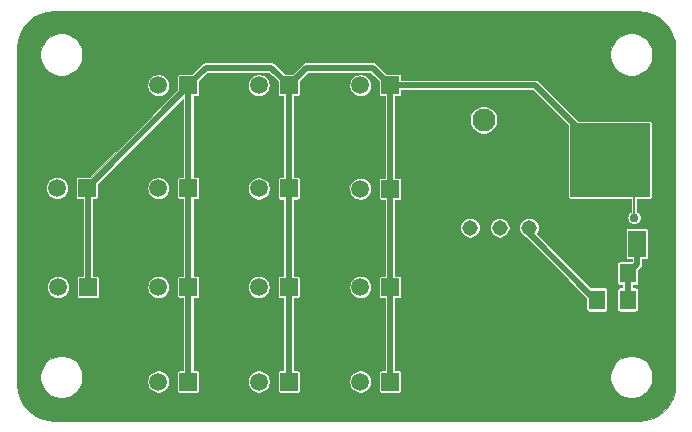
<source format=gbr>
%TF.GenerationSoftware,KiCad,Pcbnew,(5.1.10)-1*%
%TF.CreationDate,2022-10-31T19:27:20+09:00*%
%TF.ProjectId,USB_JST-XH_Converter,5553425f-4a53-4542-9d58-485f436f6e76,rev?*%
%TF.SameCoordinates,Original*%
%TF.FileFunction,Copper,L2,Bot*%
%TF.FilePolarity,Positive*%
%FSLAX46Y46*%
G04 Gerber Fmt 4.6, Leading zero omitted, Abs format (unit mm)*
G04 Created by KiCad (PCBNEW (5.1.10)-1) date 2022-10-31 19:27:20*
%MOMM*%
%LPD*%
G01*
G04 APERTURE LIST*
%TA.AperFunction,ComponentPad*%
%ADD10R,1.508000X1.508000*%
%TD*%
%TA.AperFunction,ComponentPad*%
%ADD11C,1.508000*%
%TD*%
%TA.AperFunction,ComponentPad*%
%ADD12O,1.650000X3.300000*%
%TD*%
%TA.AperFunction,ComponentPad*%
%ADD13C,1.308000*%
%TD*%
%TA.AperFunction,SMDPad,CuDef*%
%ADD14R,6.731000X6.223000*%
%TD*%
%TA.AperFunction,SMDPad,CuDef*%
%ADD15R,1.524000X2.260600*%
%TD*%
%TA.AperFunction,SMDPad,CuDef*%
%ADD16R,1.400000X1.650000*%
%TD*%
%TA.AperFunction,ComponentPad*%
%ADD17C,1.950000*%
%TD*%
%TA.AperFunction,ViaPad*%
%ADD18C,0.756400*%
%TD*%
%TA.AperFunction,Conductor*%
%ADD19C,0.500000*%
%TD*%
%TA.AperFunction,Conductor*%
%ADD20C,0.152400*%
%TD*%
%TA.AperFunction,Conductor*%
%ADD21C,0.076200*%
%TD*%
%TA.AperFunction,Conductor*%
%ADD22C,0.100000*%
%TD*%
G04 APERTURE END LIST*
D10*
%TO.P,PORT1,1*%
%TO.N,SGND*%
X135131100Y-93928600D03*
D11*
%TO.P,PORT1,2*%
%TO.N,VCC*%
X132591100Y-93928600D03*
%TD*%
D10*
%TO.P,PORT10,1*%
%TO.N,SGND*%
X143631100Y-111018600D03*
D11*
%TO.P,PORT10,2*%
%TO.N,VCC*%
X141091100Y-111018600D03*
%TD*%
D10*
%TO.P,PORT11,1*%
%TO.N,SGND*%
X152231100Y-111018600D03*
D11*
%TO.P,PORT11,2*%
%TO.N,VCC*%
X149691100Y-111018600D03*
%TD*%
D10*
%TO.P,PORT12,1*%
%TO.N,SGND*%
X135131100Y-119018600D03*
D11*
%TO.P,PORT12,2*%
%TO.N,VCC*%
X132591100Y-119018600D03*
%TD*%
D10*
%TO.P,PORT2,1*%
%TO.N,SGND*%
X143631100Y-93928600D03*
D11*
%TO.P,PORT2,2*%
%TO.N,VCC*%
X141091100Y-93928600D03*
%TD*%
D10*
%TO.P,PORT3,1*%
%TO.N,SGND*%
X152231100Y-93928600D03*
D11*
%TO.P,PORT3,2*%
%TO.N,VCC*%
X149691100Y-93928600D03*
%TD*%
D10*
%TO.P,PORT4,1*%
%TO.N,SGND*%
X126541100Y-102618600D03*
D11*
%TO.P,PORT4,2*%
%TO.N,VCC*%
X124001100Y-102618600D03*
%TD*%
D10*
%TO.P,PORT5,1*%
%TO.N,SGND*%
X135131100Y-102648600D03*
D11*
%TO.P,PORT5,2*%
%TO.N,VCC*%
X132591100Y-102648600D03*
%TD*%
D10*
%TO.P,PORT6,1*%
%TO.N,SGND*%
X143631100Y-102668600D03*
D11*
%TO.P,PORT6,2*%
%TO.N,VCC*%
X141091100Y-102668600D03*
%TD*%
D10*
%TO.P,PORT7,1*%
%TO.N,SGND*%
X152231100Y-102688600D03*
D11*
%TO.P,PORT7,2*%
%TO.N,VCC*%
X149691100Y-102688600D03*
%TD*%
D10*
%TO.P,PORT8,1*%
%TO.N,SGND*%
X126631100Y-111018600D03*
D11*
%TO.P,PORT8,2*%
%TO.N,VCC*%
X124091100Y-111018600D03*
%TD*%
D10*
%TO.P,PORT9,1*%
%TO.N,SGND*%
X135131100Y-111018600D03*
D11*
%TO.P,PORT9,2*%
%TO.N,VCC*%
X132591100Y-111018600D03*
%TD*%
D12*
%TO.P,USB1,GND2*%
%TO.N,GND*%
X165031100Y-118618600D03*
%TO.P,USB1,GND1*%
X157931100Y-118618600D03*
%TD*%
D13*
%TO.P,SW1,L*%
%TO.N,N/C*%
X158981100Y-105978600D03*
%TO.P,SW1,R*%
%TO.N,N$1*%
X163981100Y-105978600D03*
%TO.P,SW1,C*%
%TO.N,VCC*%
X161481100Y-105978600D03*
%TD*%
D14*
%TO.P,FET-1,D*%
%TO.N,SGND*%
X170822100Y-100232600D03*
D15*
%TO.P,FET-1,S*%
%TO.N,GND*%
X168536100Y-107344600D03*
%TO.P,FET-1,G*%
%TO.N,N$2*%
X173108100Y-107344600D03*
%TD*%
D16*
%TO.P,R1,RIGHT*%
%TO.N,N$1*%
X169731100Y-112068600D03*
%TO.P,R1,LEFT*%
%TO.N,N$2*%
X172331100Y-112068600D03*
%TD*%
%TO.P,R2,RIGHT*%
%TO.N,GND*%
X169731100Y-109858600D03*
%TO.P,R2,LEFT*%
%TO.N,N$2*%
X172331100Y-109858600D03*
%TD*%
D17*
%TO.P,C1,C-*%
%TO.N,GND*%
X165124100Y-96853600D03*
%TO.P,C1,C+*%
%TO.N,VCC*%
X160124100Y-96853600D03*
%TD*%
D10*
%TO.P,PORT13,1*%
%TO.N,SGND*%
X143631100Y-119018600D03*
D11*
%TO.P,PORT13,2*%
%TO.N,VCC*%
X141091100Y-119018600D03*
%TD*%
D10*
%TO.P,PORT14,1*%
%TO.N,SGND*%
X152231100Y-119018600D03*
D11*
%TO.P,PORT14,2*%
%TO.N,VCC*%
X149691100Y-119018600D03*
%TD*%
D18*
%TO.N,SGND*%
X172871100Y-105128600D03*
%TD*%
D19*
%TO.N,GND*%
X169731100Y-109858600D02*
X168536100Y-108663600D01*
X168536100Y-108663600D02*
X168536100Y-107344600D01*
X165031100Y-118618600D02*
X166131100Y-118618600D01*
X170971100Y-111098600D02*
X169731100Y-109858600D01*
X170971100Y-113778600D02*
X170971100Y-111098600D01*
X166131100Y-118618600D02*
X170971100Y-113778600D01*
%TO.N,N$1*%
X169731100Y-112068600D02*
X169571100Y-112068600D01*
X169571100Y-112068600D02*
X163981100Y-106478600D01*
X163981100Y-106478600D02*
X163981100Y-105978600D01*
%TO.N,N$2*%
X172331100Y-109858600D02*
X173108100Y-109081600D01*
X173108100Y-109081600D02*
X173108100Y-107344600D01*
X172331100Y-112068600D02*
X172331100Y-109858600D01*
%TO.N,SGND*%
X126541100Y-102618600D02*
X126631100Y-102618600D01*
X126631100Y-102618600D02*
X126631100Y-111018600D01*
X135131100Y-119018600D02*
X135131100Y-111018600D01*
X135131100Y-111018600D02*
X135131100Y-102648600D01*
X135131100Y-102648600D02*
X135131100Y-93928600D01*
X126541100Y-102618600D02*
X135131100Y-94028600D01*
X135131100Y-94028600D02*
X135131100Y-93928600D01*
X135131100Y-93928600D02*
X136631100Y-92428600D01*
X142131100Y-92428600D02*
X143631100Y-93928600D01*
X136631100Y-92428600D02*
X142131100Y-92428600D01*
X143631100Y-93928600D02*
X145131100Y-92428600D01*
X150731100Y-92428600D02*
X152231100Y-93928600D01*
X145131100Y-92428600D02*
X150731100Y-92428600D01*
X143631100Y-93928600D02*
X143631100Y-102668600D01*
X143631100Y-102668600D02*
X143631100Y-111018600D01*
X143631100Y-111018600D02*
X143631100Y-119018600D01*
X152231100Y-93928600D02*
X152231100Y-102688600D01*
X152231100Y-102688600D02*
X152231100Y-111018600D01*
X152231100Y-111018600D02*
X152231100Y-119018600D01*
X170822100Y-100232600D02*
X164518100Y-93928600D01*
X164518100Y-93928600D02*
X152231100Y-93928600D01*
D20*
X172871100Y-105128600D02*
X172871100Y-102528600D01*
X170822100Y-100479600D02*
X170822100Y-100232600D01*
X172871100Y-102528600D02*
X170822100Y-100479600D01*
%TD*%
D21*
%TO.N,GND*%
X173840335Y-87701740D02*
X174426364Y-87878673D01*
X174966864Y-88166061D01*
X175441252Y-88552962D01*
X175831455Y-89024637D01*
X176122613Y-89563121D01*
X176303633Y-90147901D01*
X176367932Y-90759670D01*
X176367999Y-90778820D01*
X176368000Y-90778830D01*
X176367999Y-119225512D01*
X176307960Y-119837835D01*
X176131027Y-120423864D01*
X175843637Y-120964367D01*
X175456735Y-121438755D01*
X174985065Y-121828954D01*
X174446580Y-122120112D01*
X173861799Y-122301133D01*
X173250030Y-122365432D01*
X173230880Y-122365499D01*
X123774188Y-122365499D01*
X123161865Y-122305460D01*
X122575836Y-122128527D01*
X122035333Y-121841137D01*
X121560945Y-121454235D01*
X121170746Y-120982565D01*
X120879588Y-120444080D01*
X120698567Y-119859299D01*
X120634268Y-119247530D01*
X120634201Y-119228380D01*
X120634201Y-118442251D01*
X122590600Y-118442251D01*
X122590600Y-118794949D01*
X122659408Y-119140869D01*
X122794380Y-119466720D01*
X122990328Y-119759977D01*
X123239723Y-120009372D01*
X123532980Y-120205320D01*
X123858831Y-120340292D01*
X124204751Y-120409100D01*
X124557449Y-120409100D01*
X124903369Y-120340292D01*
X125229220Y-120205320D01*
X125522477Y-120009372D01*
X125771872Y-119759977D01*
X125967820Y-119466720D01*
X126102792Y-119140869D01*
X126145616Y-118925575D01*
X131646600Y-118925575D01*
X131646600Y-119111625D01*
X131682897Y-119294100D01*
X131754095Y-119465989D01*
X131857459Y-119620684D01*
X131989016Y-119752241D01*
X132143711Y-119855605D01*
X132315600Y-119926803D01*
X132498075Y-119963100D01*
X132684125Y-119963100D01*
X132866600Y-119926803D01*
X133038489Y-119855605D01*
X133193184Y-119752241D01*
X133324741Y-119620684D01*
X133428105Y-119465989D01*
X133499303Y-119294100D01*
X133535600Y-119111625D01*
X133535600Y-118925575D01*
X133499303Y-118743100D01*
X133428105Y-118571211D01*
X133324741Y-118416516D01*
X133193184Y-118284959D01*
X133038489Y-118181595D01*
X132866600Y-118110397D01*
X132684125Y-118074100D01*
X132498075Y-118074100D01*
X132315600Y-118110397D01*
X132143711Y-118181595D01*
X131989016Y-118284959D01*
X131857459Y-118416516D01*
X131754095Y-118571211D01*
X131682897Y-118743100D01*
X131646600Y-118925575D01*
X126145616Y-118925575D01*
X126171600Y-118794949D01*
X126171600Y-118442251D01*
X126102792Y-118096331D01*
X125967820Y-117770480D01*
X125771872Y-117477223D01*
X125522477Y-117227828D01*
X125229220Y-117031880D01*
X124903369Y-116896908D01*
X124557449Y-116828100D01*
X124204751Y-116828100D01*
X123858831Y-116896908D01*
X123532980Y-117031880D01*
X123239723Y-117227828D01*
X122990328Y-117477223D01*
X122794380Y-117770480D01*
X122659408Y-118096331D01*
X122590600Y-118442251D01*
X120634201Y-118442251D01*
X120634201Y-110925575D01*
X123146600Y-110925575D01*
X123146600Y-111111625D01*
X123182897Y-111294100D01*
X123254095Y-111465989D01*
X123357459Y-111620684D01*
X123489016Y-111752241D01*
X123643711Y-111855605D01*
X123815600Y-111926803D01*
X123998075Y-111963100D01*
X124184125Y-111963100D01*
X124366600Y-111926803D01*
X124538489Y-111855605D01*
X124693184Y-111752241D01*
X124824741Y-111620684D01*
X124928105Y-111465989D01*
X124999303Y-111294100D01*
X125035600Y-111111625D01*
X125035600Y-110925575D01*
X124999303Y-110743100D01*
X124928105Y-110571211D01*
X124824741Y-110416516D01*
X124693184Y-110284959D01*
X124538489Y-110181595D01*
X124366600Y-110110397D01*
X124184125Y-110074100D01*
X123998075Y-110074100D01*
X123815600Y-110110397D01*
X123643711Y-110181595D01*
X123489016Y-110284959D01*
X123357459Y-110416516D01*
X123254095Y-110571211D01*
X123182897Y-110743100D01*
X123146600Y-110925575D01*
X120634201Y-110925575D01*
X120634201Y-102525575D01*
X123056600Y-102525575D01*
X123056600Y-102711625D01*
X123092897Y-102894100D01*
X123164095Y-103065989D01*
X123267459Y-103220684D01*
X123399016Y-103352241D01*
X123553711Y-103455605D01*
X123725600Y-103526803D01*
X123908075Y-103563100D01*
X124094125Y-103563100D01*
X124276600Y-103526803D01*
X124448489Y-103455605D01*
X124603184Y-103352241D01*
X124734741Y-103220684D01*
X124838105Y-103065989D01*
X124909303Y-102894100D01*
X124945600Y-102711625D01*
X124945600Y-102525575D01*
X124909303Y-102343100D01*
X124838105Y-102171211D01*
X124734741Y-102016516D01*
X124603184Y-101884959D01*
X124572715Y-101864600D01*
X125595679Y-101864600D01*
X125595679Y-103372600D01*
X125599357Y-103409944D01*
X125610250Y-103445854D01*
X125627939Y-103478948D01*
X125651745Y-103507955D01*
X125680752Y-103531761D01*
X125713846Y-103549450D01*
X125749756Y-103560343D01*
X125787100Y-103564021D01*
X126190600Y-103564021D01*
X126190601Y-110073179D01*
X125877100Y-110073179D01*
X125839756Y-110076857D01*
X125803846Y-110087750D01*
X125770752Y-110105439D01*
X125741745Y-110129245D01*
X125717939Y-110158252D01*
X125700250Y-110191346D01*
X125689357Y-110227256D01*
X125685679Y-110264600D01*
X125685679Y-111772600D01*
X125689357Y-111809944D01*
X125700250Y-111845854D01*
X125717939Y-111878948D01*
X125741745Y-111907955D01*
X125770752Y-111931761D01*
X125803846Y-111949450D01*
X125839756Y-111960343D01*
X125877100Y-111964021D01*
X127385100Y-111964021D01*
X127422444Y-111960343D01*
X127458354Y-111949450D01*
X127491448Y-111931761D01*
X127520455Y-111907955D01*
X127544261Y-111878948D01*
X127561950Y-111845854D01*
X127572843Y-111809944D01*
X127576521Y-111772600D01*
X127576521Y-110925575D01*
X131646600Y-110925575D01*
X131646600Y-111111625D01*
X131682897Y-111294100D01*
X131754095Y-111465989D01*
X131857459Y-111620684D01*
X131989016Y-111752241D01*
X132143711Y-111855605D01*
X132315600Y-111926803D01*
X132498075Y-111963100D01*
X132684125Y-111963100D01*
X132866600Y-111926803D01*
X133038489Y-111855605D01*
X133193184Y-111752241D01*
X133324741Y-111620684D01*
X133428105Y-111465989D01*
X133499303Y-111294100D01*
X133535600Y-111111625D01*
X133535600Y-110925575D01*
X133499303Y-110743100D01*
X133428105Y-110571211D01*
X133324741Y-110416516D01*
X133193184Y-110284959D01*
X133038489Y-110181595D01*
X132866600Y-110110397D01*
X132684125Y-110074100D01*
X132498075Y-110074100D01*
X132315600Y-110110397D01*
X132143711Y-110181595D01*
X131989016Y-110284959D01*
X131857459Y-110416516D01*
X131754095Y-110571211D01*
X131682897Y-110743100D01*
X131646600Y-110925575D01*
X127576521Y-110925575D01*
X127576521Y-110264600D01*
X127572843Y-110227256D01*
X127561950Y-110191346D01*
X127544261Y-110158252D01*
X127520455Y-110129245D01*
X127491448Y-110105439D01*
X127458354Y-110087750D01*
X127422444Y-110076857D01*
X127385100Y-110073179D01*
X127071600Y-110073179D01*
X127071600Y-103564021D01*
X127295100Y-103564021D01*
X127332444Y-103560343D01*
X127368354Y-103549450D01*
X127401448Y-103531761D01*
X127430455Y-103507955D01*
X127454261Y-103478948D01*
X127471950Y-103445854D01*
X127482843Y-103409944D01*
X127486521Y-103372600D01*
X127486521Y-102555575D01*
X131646600Y-102555575D01*
X131646600Y-102741625D01*
X131682897Y-102924100D01*
X131754095Y-103095989D01*
X131857459Y-103250684D01*
X131989016Y-103382241D01*
X132143711Y-103485605D01*
X132315600Y-103556803D01*
X132498075Y-103593100D01*
X132684125Y-103593100D01*
X132866600Y-103556803D01*
X133038489Y-103485605D01*
X133193184Y-103382241D01*
X133324741Y-103250684D01*
X133428105Y-103095989D01*
X133499303Y-102924100D01*
X133535600Y-102741625D01*
X133535600Y-102555575D01*
X133499303Y-102373100D01*
X133428105Y-102201211D01*
X133324741Y-102046516D01*
X133193184Y-101914959D01*
X133038489Y-101811595D01*
X132866600Y-101740397D01*
X132684125Y-101704100D01*
X132498075Y-101704100D01*
X132315600Y-101740397D01*
X132143711Y-101811595D01*
X131989016Y-101914959D01*
X131857459Y-102046516D01*
X131754095Y-102201211D01*
X131682897Y-102373100D01*
X131646600Y-102555575D01*
X127486521Y-102555575D01*
X127486521Y-102296139D01*
X134690601Y-95092060D01*
X134690600Y-101703179D01*
X134377100Y-101703179D01*
X134339756Y-101706857D01*
X134303846Y-101717750D01*
X134270752Y-101735439D01*
X134241745Y-101759245D01*
X134217939Y-101788252D01*
X134200250Y-101821346D01*
X134189357Y-101857256D01*
X134185679Y-101894600D01*
X134185679Y-103402600D01*
X134189357Y-103439944D01*
X134200250Y-103475854D01*
X134217939Y-103508948D01*
X134241745Y-103537955D01*
X134270752Y-103561761D01*
X134303846Y-103579450D01*
X134339756Y-103590343D01*
X134377100Y-103594021D01*
X134690601Y-103594021D01*
X134690600Y-110073179D01*
X134377100Y-110073179D01*
X134339756Y-110076857D01*
X134303846Y-110087750D01*
X134270752Y-110105439D01*
X134241745Y-110129245D01*
X134217939Y-110158252D01*
X134200250Y-110191346D01*
X134189357Y-110227256D01*
X134185679Y-110264600D01*
X134185679Y-111772600D01*
X134189357Y-111809944D01*
X134200250Y-111845854D01*
X134217939Y-111878948D01*
X134241745Y-111907955D01*
X134270752Y-111931761D01*
X134303846Y-111949450D01*
X134339756Y-111960343D01*
X134377100Y-111964021D01*
X134690601Y-111964021D01*
X134690600Y-118073179D01*
X134377100Y-118073179D01*
X134339756Y-118076857D01*
X134303846Y-118087750D01*
X134270752Y-118105439D01*
X134241745Y-118129245D01*
X134217939Y-118158252D01*
X134200250Y-118191346D01*
X134189357Y-118227256D01*
X134185679Y-118264600D01*
X134185679Y-119772600D01*
X134189357Y-119809944D01*
X134200250Y-119845854D01*
X134217939Y-119878948D01*
X134241745Y-119907955D01*
X134270752Y-119931761D01*
X134303846Y-119949450D01*
X134339756Y-119960343D01*
X134377100Y-119964021D01*
X135885100Y-119964021D01*
X135922444Y-119960343D01*
X135958354Y-119949450D01*
X135991448Y-119931761D01*
X136020455Y-119907955D01*
X136044261Y-119878948D01*
X136061950Y-119845854D01*
X136072843Y-119809944D01*
X136076521Y-119772600D01*
X136076521Y-118925575D01*
X140146600Y-118925575D01*
X140146600Y-119111625D01*
X140182897Y-119294100D01*
X140254095Y-119465989D01*
X140357459Y-119620684D01*
X140489016Y-119752241D01*
X140643711Y-119855605D01*
X140815600Y-119926803D01*
X140998075Y-119963100D01*
X141184125Y-119963100D01*
X141366600Y-119926803D01*
X141538489Y-119855605D01*
X141693184Y-119752241D01*
X141824741Y-119620684D01*
X141928105Y-119465989D01*
X141999303Y-119294100D01*
X142035600Y-119111625D01*
X142035600Y-118925575D01*
X141999303Y-118743100D01*
X141928105Y-118571211D01*
X141824741Y-118416516D01*
X141693184Y-118284959D01*
X141538489Y-118181595D01*
X141366600Y-118110397D01*
X141184125Y-118074100D01*
X140998075Y-118074100D01*
X140815600Y-118110397D01*
X140643711Y-118181595D01*
X140489016Y-118284959D01*
X140357459Y-118416516D01*
X140254095Y-118571211D01*
X140182897Y-118743100D01*
X140146600Y-118925575D01*
X136076521Y-118925575D01*
X136076521Y-118264600D01*
X136072843Y-118227256D01*
X136061950Y-118191346D01*
X136044261Y-118158252D01*
X136020455Y-118129245D01*
X135991448Y-118105439D01*
X135958354Y-118087750D01*
X135922444Y-118076857D01*
X135885100Y-118073179D01*
X135571600Y-118073179D01*
X135571600Y-111964021D01*
X135885100Y-111964021D01*
X135922444Y-111960343D01*
X135958354Y-111949450D01*
X135991448Y-111931761D01*
X136020455Y-111907955D01*
X136044261Y-111878948D01*
X136061950Y-111845854D01*
X136072843Y-111809944D01*
X136076521Y-111772600D01*
X136076521Y-110925575D01*
X140146600Y-110925575D01*
X140146600Y-111111625D01*
X140182897Y-111294100D01*
X140254095Y-111465989D01*
X140357459Y-111620684D01*
X140489016Y-111752241D01*
X140643711Y-111855605D01*
X140815600Y-111926803D01*
X140998075Y-111963100D01*
X141184125Y-111963100D01*
X141366600Y-111926803D01*
X141538489Y-111855605D01*
X141693184Y-111752241D01*
X141824741Y-111620684D01*
X141928105Y-111465989D01*
X141999303Y-111294100D01*
X142035600Y-111111625D01*
X142035600Y-110925575D01*
X141999303Y-110743100D01*
X141928105Y-110571211D01*
X141824741Y-110416516D01*
X141693184Y-110284959D01*
X141538489Y-110181595D01*
X141366600Y-110110397D01*
X141184125Y-110074100D01*
X140998075Y-110074100D01*
X140815600Y-110110397D01*
X140643711Y-110181595D01*
X140489016Y-110284959D01*
X140357459Y-110416516D01*
X140254095Y-110571211D01*
X140182897Y-110743100D01*
X140146600Y-110925575D01*
X136076521Y-110925575D01*
X136076521Y-110264600D01*
X136072843Y-110227256D01*
X136061950Y-110191346D01*
X136044261Y-110158252D01*
X136020455Y-110129245D01*
X135991448Y-110105439D01*
X135958354Y-110087750D01*
X135922444Y-110076857D01*
X135885100Y-110073179D01*
X135571600Y-110073179D01*
X135571600Y-103594021D01*
X135885100Y-103594021D01*
X135922444Y-103590343D01*
X135958354Y-103579450D01*
X135991448Y-103561761D01*
X136020455Y-103537955D01*
X136044261Y-103508948D01*
X136061950Y-103475854D01*
X136072843Y-103439944D01*
X136076521Y-103402600D01*
X136076521Y-102575575D01*
X140146600Y-102575575D01*
X140146600Y-102761625D01*
X140182897Y-102944100D01*
X140254095Y-103115989D01*
X140357459Y-103270684D01*
X140489016Y-103402241D01*
X140643711Y-103505605D01*
X140815600Y-103576803D01*
X140998075Y-103613100D01*
X141184125Y-103613100D01*
X141366600Y-103576803D01*
X141538489Y-103505605D01*
X141693184Y-103402241D01*
X141824741Y-103270684D01*
X141928105Y-103115989D01*
X141999303Y-102944100D01*
X142035600Y-102761625D01*
X142035600Y-102575575D01*
X141999303Y-102393100D01*
X141928105Y-102221211D01*
X141824741Y-102066516D01*
X141693184Y-101934959D01*
X141538489Y-101831595D01*
X141366600Y-101760397D01*
X141184125Y-101724100D01*
X140998075Y-101724100D01*
X140815600Y-101760397D01*
X140643711Y-101831595D01*
X140489016Y-101934959D01*
X140357459Y-102066516D01*
X140254095Y-102221211D01*
X140182897Y-102393100D01*
X140146600Y-102575575D01*
X136076521Y-102575575D01*
X136076521Y-101894600D01*
X136072843Y-101857256D01*
X136061950Y-101821346D01*
X136044261Y-101788252D01*
X136020455Y-101759245D01*
X135991448Y-101735439D01*
X135958354Y-101717750D01*
X135922444Y-101706857D01*
X135885100Y-101703179D01*
X135571600Y-101703179D01*
X135571600Y-94874021D01*
X135885100Y-94874021D01*
X135922444Y-94870343D01*
X135958354Y-94859450D01*
X135991448Y-94841761D01*
X136020455Y-94817955D01*
X136044261Y-94788948D01*
X136061950Y-94755854D01*
X136072843Y-94719944D01*
X136076521Y-94682600D01*
X136076521Y-93835575D01*
X140146600Y-93835575D01*
X140146600Y-94021625D01*
X140182897Y-94204100D01*
X140254095Y-94375989D01*
X140357459Y-94530684D01*
X140489016Y-94662241D01*
X140643711Y-94765605D01*
X140815600Y-94836803D01*
X140998075Y-94873100D01*
X141184125Y-94873100D01*
X141366600Y-94836803D01*
X141538489Y-94765605D01*
X141693184Y-94662241D01*
X141824741Y-94530684D01*
X141928105Y-94375989D01*
X141999303Y-94204100D01*
X142035600Y-94021625D01*
X142035600Y-93835575D01*
X141999303Y-93653100D01*
X141928105Y-93481211D01*
X141824741Y-93326516D01*
X141693184Y-93194959D01*
X141538489Y-93091595D01*
X141366600Y-93020397D01*
X141184125Y-92984100D01*
X140998075Y-92984100D01*
X140815600Y-93020397D01*
X140643711Y-93091595D01*
X140489016Y-93194959D01*
X140357459Y-93326516D01*
X140254095Y-93481211D01*
X140182897Y-93653100D01*
X140146600Y-93835575D01*
X136076521Y-93835575D01*
X136076521Y-93606139D01*
X136813561Y-92869100D01*
X141948640Y-92869100D01*
X142685679Y-93606140D01*
X142685679Y-94682600D01*
X142689357Y-94719944D01*
X142700250Y-94755854D01*
X142717939Y-94788948D01*
X142741745Y-94817955D01*
X142770752Y-94841761D01*
X142803846Y-94859450D01*
X142839756Y-94870343D01*
X142877100Y-94874021D01*
X143190600Y-94874021D01*
X143190601Y-101723179D01*
X142877100Y-101723179D01*
X142839756Y-101726857D01*
X142803846Y-101737750D01*
X142770752Y-101755439D01*
X142741745Y-101779245D01*
X142717939Y-101808252D01*
X142700250Y-101841346D01*
X142689357Y-101877256D01*
X142685679Y-101914600D01*
X142685679Y-103422600D01*
X142689357Y-103459944D01*
X142700250Y-103495854D01*
X142717939Y-103528948D01*
X142741745Y-103557955D01*
X142770752Y-103581761D01*
X142803846Y-103599450D01*
X142839756Y-103610343D01*
X142877100Y-103614021D01*
X143190600Y-103614021D01*
X143190601Y-110073179D01*
X142877100Y-110073179D01*
X142839756Y-110076857D01*
X142803846Y-110087750D01*
X142770752Y-110105439D01*
X142741745Y-110129245D01*
X142717939Y-110158252D01*
X142700250Y-110191346D01*
X142689357Y-110227256D01*
X142685679Y-110264600D01*
X142685679Y-111772600D01*
X142689357Y-111809944D01*
X142700250Y-111845854D01*
X142717939Y-111878948D01*
X142741745Y-111907955D01*
X142770752Y-111931761D01*
X142803846Y-111949450D01*
X142839756Y-111960343D01*
X142877100Y-111964021D01*
X143190600Y-111964021D01*
X143190601Y-118073179D01*
X142877100Y-118073179D01*
X142839756Y-118076857D01*
X142803846Y-118087750D01*
X142770752Y-118105439D01*
X142741745Y-118129245D01*
X142717939Y-118158252D01*
X142700250Y-118191346D01*
X142689357Y-118227256D01*
X142685679Y-118264600D01*
X142685679Y-119772600D01*
X142689357Y-119809944D01*
X142700250Y-119845854D01*
X142717939Y-119878948D01*
X142741745Y-119907955D01*
X142770752Y-119931761D01*
X142803846Y-119949450D01*
X142839756Y-119960343D01*
X142877100Y-119964021D01*
X144385100Y-119964021D01*
X144422444Y-119960343D01*
X144458354Y-119949450D01*
X144491448Y-119931761D01*
X144520455Y-119907955D01*
X144544261Y-119878948D01*
X144561950Y-119845854D01*
X144572843Y-119809944D01*
X144576521Y-119772600D01*
X144576521Y-118925575D01*
X148746600Y-118925575D01*
X148746600Y-119111625D01*
X148782897Y-119294100D01*
X148854095Y-119465989D01*
X148957459Y-119620684D01*
X149089016Y-119752241D01*
X149243711Y-119855605D01*
X149415600Y-119926803D01*
X149598075Y-119963100D01*
X149784125Y-119963100D01*
X149966600Y-119926803D01*
X150138489Y-119855605D01*
X150293184Y-119752241D01*
X150424741Y-119620684D01*
X150528105Y-119465989D01*
X150599303Y-119294100D01*
X150635600Y-119111625D01*
X150635600Y-118925575D01*
X150599303Y-118743100D01*
X150528105Y-118571211D01*
X150424741Y-118416516D01*
X150293184Y-118284959D01*
X150138489Y-118181595D01*
X149966600Y-118110397D01*
X149784125Y-118074100D01*
X149598075Y-118074100D01*
X149415600Y-118110397D01*
X149243711Y-118181595D01*
X149089016Y-118284959D01*
X148957459Y-118416516D01*
X148854095Y-118571211D01*
X148782897Y-118743100D01*
X148746600Y-118925575D01*
X144576521Y-118925575D01*
X144576521Y-118264600D01*
X144572843Y-118227256D01*
X144561950Y-118191346D01*
X144544261Y-118158252D01*
X144520455Y-118129245D01*
X144491448Y-118105439D01*
X144458354Y-118087750D01*
X144422444Y-118076857D01*
X144385100Y-118073179D01*
X144071600Y-118073179D01*
X144071600Y-111964021D01*
X144385100Y-111964021D01*
X144422444Y-111960343D01*
X144458354Y-111949450D01*
X144491448Y-111931761D01*
X144520455Y-111907955D01*
X144544261Y-111878948D01*
X144561950Y-111845854D01*
X144572843Y-111809944D01*
X144576521Y-111772600D01*
X144576521Y-110925575D01*
X148746600Y-110925575D01*
X148746600Y-111111625D01*
X148782897Y-111294100D01*
X148854095Y-111465989D01*
X148957459Y-111620684D01*
X149089016Y-111752241D01*
X149243711Y-111855605D01*
X149415600Y-111926803D01*
X149598075Y-111963100D01*
X149784125Y-111963100D01*
X149966600Y-111926803D01*
X150138489Y-111855605D01*
X150293184Y-111752241D01*
X150424741Y-111620684D01*
X150528105Y-111465989D01*
X150599303Y-111294100D01*
X150635600Y-111111625D01*
X150635600Y-110925575D01*
X150599303Y-110743100D01*
X150528105Y-110571211D01*
X150424741Y-110416516D01*
X150293184Y-110284959D01*
X150138489Y-110181595D01*
X149966600Y-110110397D01*
X149784125Y-110074100D01*
X149598075Y-110074100D01*
X149415600Y-110110397D01*
X149243711Y-110181595D01*
X149089016Y-110284959D01*
X148957459Y-110416516D01*
X148854095Y-110571211D01*
X148782897Y-110743100D01*
X148746600Y-110925575D01*
X144576521Y-110925575D01*
X144576521Y-110264600D01*
X144572843Y-110227256D01*
X144561950Y-110191346D01*
X144544261Y-110158252D01*
X144520455Y-110129245D01*
X144491448Y-110105439D01*
X144458354Y-110087750D01*
X144422444Y-110076857D01*
X144385100Y-110073179D01*
X144071600Y-110073179D01*
X144071600Y-103614021D01*
X144385100Y-103614021D01*
X144422444Y-103610343D01*
X144458354Y-103599450D01*
X144491448Y-103581761D01*
X144520455Y-103557955D01*
X144544261Y-103528948D01*
X144561950Y-103495854D01*
X144572843Y-103459944D01*
X144576521Y-103422600D01*
X144576521Y-102595575D01*
X148746600Y-102595575D01*
X148746600Y-102781625D01*
X148782897Y-102964100D01*
X148854095Y-103135989D01*
X148957459Y-103290684D01*
X149089016Y-103422241D01*
X149243711Y-103525605D01*
X149415600Y-103596803D01*
X149598075Y-103633100D01*
X149784125Y-103633100D01*
X149966600Y-103596803D01*
X150138489Y-103525605D01*
X150293184Y-103422241D01*
X150424741Y-103290684D01*
X150528105Y-103135989D01*
X150599303Y-102964100D01*
X150635600Y-102781625D01*
X150635600Y-102595575D01*
X150599303Y-102413100D01*
X150528105Y-102241211D01*
X150424741Y-102086516D01*
X150293184Y-101954959D01*
X150138489Y-101851595D01*
X149966600Y-101780397D01*
X149784125Y-101744100D01*
X149598075Y-101744100D01*
X149415600Y-101780397D01*
X149243711Y-101851595D01*
X149089016Y-101954959D01*
X148957459Y-102086516D01*
X148854095Y-102241211D01*
X148782897Y-102413100D01*
X148746600Y-102595575D01*
X144576521Y-102595575D01*
X144576521Y-101914600D01*
X144572843Y-101877256D01*
X144561950Y-101841346D01*
X144544261Y-101808252D01*
X144520455Y-101779245D01*
X144491448Y-101755439D01*
X144458354Y-101737750D01*
X144422444Y-101726857D01*
X144385100Y-101723179D01*
X144071600Y-101723179D01*
X144071600Y-94874021D01*
X144385100Y-94874021D01*
X144422444Y-94870343D01*
X144458354Y-94859450D01*
X144491448Y-94841761D01*
X144520455Y-94817955D01*
X144544261Y-94788948D01*
X144561950Y-94755854D01*
X144572843Y-94719944D01*
X144576521Y-94682600D01*
X144576521Y-93835575D01*
X148746600Y-93835575D01*
X148746600Y-94021625D01*
X148782897Y-94204100D01*
X148854095Y-94375989D01*
X148957459Y-94530684D01*
X149089016Y-94662241D01*
X149243711Y-94765605D01*
X149415600Y-94836803D01*
X149598075Y-94873100D01*
X149784125Y-94873100D01*
X149966600Y-94836803D01*
X150138489Y-94765605D01*
X150293184Y-94662241D01*
X150424741Y-94530684D01*
X150528105Y-94375989D01*
X150599303Y-94204100D01*
X150635600Y-94021625D01*
X150635600Y-93835575D01*
X150599303Y-93653100D01*
X150528105Y-93481211D01*
X150424741Y-93326516D01*
X150293184Y-93194959D01*
X150138489Y-93091595D01*
X149966600Y-93020397D01*
X149784125Y-92984100D01*
X149598075Y-92984100D01*
X149415600Y-93020397D01*
X149243711Y-93091595D01*
X149089016Y-93194959D01*
X148957459Y-93326516D01*
X148854095Y-93481211D01*
X148782897Y-93653100D01*
X148746600Y-93835575D01*
X144576521Y-93835575D01*
X144576521Y-93606139D01*
X145313561Y-92869100D01*
X150548640Y-92869100D01*
X151285679Y-93606140D01*
X151285679Y-94682600D01*
X151289357Y-94719944D01*
X151300250Y-94755854D01*
X151317939Y-94788948D01*
X151341745Y-94817955D01*
X151370752Y-94841761D01*
X151403846Y-94859450D01*
X151439756Y-94870343D01*
X151477100Y-94874021D01*
X151790600Y-94874021D01*
X151790601Y-101743179D01*
X151477100Y-101743179D01*
X151439756Y-101746857D01*
X151403846Y-101757750D01*
X151370752Y-101775439D01*
X151341745Y-101799245D01*
X151317939Y-101828252D01*
X151300250Y-101861346D01*
X151289357Y-101897256D01*
X151285679Y-101934600D01*
X151285679Y-103442600D01*
X151289357Y-103479944D01*
X151300250Y-103515854D01*
X151317939Y-103548948D01*
X151341745Y-103577955D01*
X151370752Y-103601761D01*
X151403846Y-103619450D01*
X151439756Y-103630343D01*
X151477100Y-103634021D01*
X151790600Y-103634021D01*
X151790601Y-110073179D01*
X151477100Y-110073179D01*
X151439756Y-110076857D01*
X151403846Y-110087750D01*
X151370752Y-110105439D01*
X151341745Y-110129245D01*
X151317939Y-110158252D01*
X151300250Y-110191346D01*
X151289357Y-110227256D01*
X151285679Y-110264600D01*
X151285679Y-111772600D01*
X151289357Y-111809944D01*
X151300250Y-111845854D01*
X151317939Y-111878948D01*
X151341745Y-111907955D01*
X151370752Y-111931761D01*
X151403846Y-111949450D01*
X151439756Y-111960343D01*
X151477100Y-111964021D01*
X151790600Y-111964021D01*
X151790601Y-118073179D01*
X151477100Y-118073179D01*
X151439756Y-118076857D01*
X151403846Y-118087750D01*
X151370752Y-118105439D01*
X151341745Y-118129245D01*
X151317939Y-118158252D01*
X151300250Y-118191346D01*
X151289357Y-118227256D01*
X151285679Y-118264600D01*
X151285679Y-119772600D01*
X151289357Y-119809944D01*
X151300250Y-119845854D01*
X151317939Y-119878948D01*
X151341745Y-119907955D01*
X151370752Y-119931761D01*
X151403846Y-119949450D01*
X151439756Y-119960343D01*
X151477100Y-119964021D01*
X152985100Y-119964021D01*
X153022444Y-119960343D01*
X153058354Y-119949450D01*
X153091448Y-119931761D01*
X153120455Y-119907955D01*
X153144261Y-119878948D01*
X153161950Y-119845854D01*
X153172843Y-119809944D01*
X153176521Y-119772600D01*
X153176521Y-118442251D01*
X170850600Y-118442251D01*
X170850600Y-118794949D01*
X170919408Y-119140869D01*
X171054380Y-119466720D01*
X171250328Y-119759977D01*
X171499723Y-120009372D01*
X171792980Y-120205320D01*
X172118831Y-120340292D01*
X172464751Y-120409100D01*
X172817449Y-120409100D01*
X173163369Y-120340292D01*
X173489220Y-120205320D01*
X173782477Y-120009372D01*
X174031872Y-119759977D01*
X174227820Y-119466720D01*
X174362792Y-119140869D01*
X174431600Y-118794949D01*
X174431600Y-118442251D01*
X174362792Y-118096331D01*
X174227820Y-117770480D01*
X174031872Y-117477223D01*
X173782477Y-117227828D01*
X173489220Y-117031880D01*
X173163369Y-116896908D01*
X172817449Y-116828100D01*
X172464751Y-116828100D01*
X172118831Y-116896908D01*
X171792980Y-117031880D01*
X171499723Y-117227828D01*
X171250328Y-117477223D01*
X171054380Y-117770480D01*
X170919408Y-118096331D01*
X170850600Y-118442251D01*
X153176521Y-118442251D01*
X153176521Y-118264600D01*
X153172843Y-118227256D01*
X153161950Y-118191346D01*
X153144261Y-118158252D01*
X153120455Y-118129245D01*
X153091448Y-118105439D01*
X153058354Y-118087750D01*
X153022444Y-118076857D01*
X152985100Y-118073179D01*
X152671600Y-118073179D01*
X152671600Y-111964021D01*
X152985100Y-111964021D01*
X153022444Y-111960343D01*
X153058354Y-111949450D01*
X153091448Y-111931761D01*
X153120455Y-111907955D01*
X153144261Y-111878948D01*
X153161950Y-111845854D01*
X153172843Y-111809944D01*
X153176521Y-111772600D01*
X153176521Y-110264600D01*
X153172843Y-110227256D01*
X153161950Y-110191346D01*
X153144261Y-110158252D01*
X153120455Y-110129245D01*
X153091448Y-110105439D01*
X153058354Y-110087750D01*
X153022444Y-110076857D01*
X152985100Y-110073179D01*
X152671600Y-110073179D01*
X152671600Y-105895424D01*
X158136600Y-105895424D01*
X158136600Y-106061776D01*
X158169054Y-106224932D01*
X158232714Y-106378621D01*
X158325134Y-106516937D01*
X158442763Y-106634566D01*
X158581079Y-106726986D01*
X158734768Y-106790646D01*
X158897924Y-106823100D01*
X159064276Y-106823100D01*
X159227432Y-106790646D01*
X159381121Y-106726986D01*
X159519437Y-106634566D01*
X159637066Y-106516937D01*
X159729486Y-106378621D01*
X159793146Y-106224932D01*
X159825600Y-106061776D01*
X159825600Y-105895424D01*
X160636600Y-105895424D01*
X160636600Y-106061776D01*
X160669054Y-106224932D01*
X160732714Y-106378621D01*
X160825134Y-106516937D01*
X160942763Y-106634566D01*
X161081079Y-106726986D01*
X161234768Y-106790646D01*
X161397924Y-106823100D01*
X161564276Y-106823100D01*
X161727432Y-106790646D01*
X161881121Y-106726986D01*
X162019437Y-106634566D01*
X162137066Y-106516937D01*
X162229486Y-106378621D01*
X162293146Y-106224932D01*
X162325600Y-106061776D01*
X162325600Y-105895424D01*
X163136600Y-105895424D01*
X163136600Y-106061776D01*
X163169054Y-106224932D01*
X163232714Y-106378621D01*
X163325134Y-106516937D01*
X163442763Y-106634566D01*
X163581079Y-106726986D01*
X163632615Y-106748333D01*
X163668113Y-106791587D01*
X163684922Y-106805382D01*
X168839679Y-111960140D01*
X168839679Y-112893600D01*
X168843357Y-112930944D01*
X168854250Y-112966854D01*
X168871939Y-112999948D01*
X168895745Y-113028955D01*
X168924752Y-113052761D01*
X168957846Y-113070450D01*
X168993756Y-113081343D01*
X169031100Y-113085021D01*
X170431100Y-113085021D01*
X170468444Y-113081343D01*
X170504354Y-113070450D01*
X170537448Y-113052761D01*
X170566455Y-113028955D01*
X170590261Y-112999948D01*
X170607950Y-112966854D01*
X170618843Y-112930944D01*
X170622521Y-112893600D01*
X170622521Y-111243600D01*
X170618843Y-111206256D01*
X170607950Y-111170346D01*
X170590261Y-111137252D01*
X170566455Y-111108245D01*
X170537448Y-111084439D01*
X170504354Y-111066750D01*
X170468444Y-111055857D01*
X170431100Y-111052179D01*
X169177640Y-111052179D01*
X167159061Y-109033600D01*
X171439679Y-109033600D01*
X171439679Y-110683600D01*
X171443357Y-110720944D01*
X171454250Y-110756854D01*
X171471939Y-110789948D01*
X171495745Y-110818955D01*
X171524752Y-110842761D01*
X171557846Y-110860450D01*
X171593756Y-110871343D01*
X171631100Y-110875021D01*
X171890601Y-110875021D01*
X171890600Y-111052179D01*
X171631100Y-111052179D01*
X171593756Y-111055857D01*
X171557846Y-111066750D01*
X171524752Y-111084439D01*
X171495745Y-111108245D01*
X171471939Y-111137252D01*
X171454250Y-111170346D01*
X171443357Y-111206256D01*
X171439679Y-111243600D01*
X171439679Y-112893600D01*
X171443357Y-112930944D01*
X171454250Y-112966854D01*
X171471939Y-112999948D01*
X171495745Y-113028955D01*
X171524752Y-113052761D01*
X171557846Y-113070450D01*
X171593756Y-113081343D01*
X171631100Y-113085021D01*
X173031100Y-113085021D01*
X173068444Y-113081343D01*
X173104354Y-113070450D01*
X173137448Y-113052761D01*
X173166455Y-113028955D01*
X173190261Y-112999948D01*
X173207950Y-112966854D01*
X173218843Y-112930944D01*
X173222521Y-112893600D01*
X173222521Y-111243600D01*
X173218843Y-111206256D01*
X173207950Y-111170346D01*
X173190261Y-111137252D01*
X173166455Y-111108245D01*
X173137448Y-111084439D01*
X173104354Y-111066750D01*
X173068444Y-111055857D01*
X173031100Y-111052179D01*
X172771600Y-111052179D01*
X172771600Y-110875021D01*
X173031100Y-110875021D01*
X173068444Y-110871343D01*
X173104354Y-110860450D01*
X173137448Y-110842761D01*
X173166455Y-110818955D01*
X173190261Y-110789948D01*
X173207950Y-110756854D01*
X173218843Y-110720944D01*
X173222521Y-110683600D01*
X173222521Y-109590140D01*
X173404285Y-109408376D01*
X173421087Y-109394587D01*
X173476134Y-109327513D01*
X173517038Y-109250988D01*
X173542226Y-109167953D01*
X173548600Y-109103236D01*
X173548600Y-109103229D01*
X173550730Y-109081600D01*
X173548600Y-109059971D01*
X173548600Y-108666321D01*
X173870100Y-108666321D01*
X173907444Y-108662643D01*
X173943354Y-108651750D01*
X173976448Y-108634061D01*
X174005455Y-108610255D01*
X174029261Y-108581248D01*
X174046950Y-108548154D01*
X174057843Y-108512244D01*
X174061521Y-108474900D01*
X174061521Y-106214300D01*
X174057843Y-106176956D01*
X174046950Y-106141046D01*
X174029261Y-106107952D01*
X174005455Y-106078945D01*
X173976448Y-106055139D01*
X173943354Y-106037450D01*
X173907444Y-106026557D01*
X173870100Y-106022879D01*
X172346100Y-106022879D01*
X172308756Y-106026557D01*
X172272846Y-106037450D01*
X172239752Y-106055139D01*
X172210745Y-106078945D01*
X172186939Y-106107952D01*
X172169250Y-106141046D01*
X172158357Y-106176956D01*
X172154679Y-106214300D01*
X172154679Y-108474900D01*
X172158357Y-108512244D01*
X172169250Y-108548154D01*
X172186939Y-108581248D01*
X172210745Y-108610255D01*
X172239752Y-108634061D01*
X172272846Y-108651750D01*
X172308756Y-108662643D01*
X172346100Y-108666321D01*
X172667600Y-108666321D01*
X172667600Y-108842179D01*
X171631100Y-108842179D01*
X171593756Y-108845857D01*
X171557846Y-108856750D01*
X171524752Y-108874439D01*
X171495745Y-108898245D01*
X171471939Y-108927252D01*
X171454250Y-108960346D01*
X171443357Y-108996256D01*
X171439679Y-109033600D01*
X167159061Y-109033600D01*
X164639201Y-106513741D01*
X164729486Y-106378621D01*
X164793146Y-106224932D01*
X164825600Y-106061776D01*
X164825600Y-105895424D01*
X164793146Y-105732268D01*
X164729486Y-105578579D01*
X164637066Y-105440263D01*
X164519437Y-105322634D01*
X164381121Y-105230214D01*
X164227432Y-105166554D01*
X164064276Y-105134100D01*
X163897924Y-105134100D01*
X163734768Y-105166554D01*
X163581079Y-105230214D01*
X163442763Y-105322634D01*
X163325134Y-105440263D01*
X163232714Y-105578579D01*
X163169054Y-105732268D01*
X163136600Y-105895424D01*
X162325600Y-105895424D01*
X162293146Y-105732268D01*
X162229486Y-105578579D01*
X162137066Y-105440263D01*
X162019437Y-105322634D01*
X161881121Y-105230214D01*
X161727432Y-105166554D01*
X161564276Y-105134100D01*
X161397924Y-105134100D01*
X161234768Y-105166554D01*
X161081079Y-105230214D01*
X160942763Y-105322634D01*
X160825134Y-105440263D01*
X160732714Y-105578579D01*
X160669054Y-105732268D01*
X160636600Y-105895424D01*
X159825600Y-105895424D01*
X159793146Y-105732268D01*
X159729486Y-105578579D01*
X159637066Y-105440263D01*
X159519437Y-105322634D01*
X159381121Y-105230214D01*
X159227432Y-105166554D01*
X159064276Y-105134100D01*
X158897924Y-105134100D01*
X158734768Y-105166554D01*
X158581079Y-105230214D01*
X158442763Y-105322634D01*
X158325134Y-105440263D01*
X158232714Y-105578579D01*
X158169054Y-105732268D01*
X158136600Y-105895424D01*
X152671600Y-105895424D01*
X152671600Y-103634021D01*
X152985100Y-103634021D01*
X153022444Y-103630343D01*
X153058354Y-103619450D01*
X153091448Y-103601761D01*
X153120455Y-103577955D01*
X153144261Y-103548948D01*
X153161950Y-103515854D01*
X153172843Y-103479944D01*
X153176521Y-103442600D01*
X153176521Y-101934600D01*
X153172843Y-101897256D01*
X153161950Y-101861346D01*
X153144261Y-101828252D01*
X153120455Y-101799245D01*
X153091448Y-101775439D01*
X153058354Y-101757750D01*
X153022444Y-101746857D01*
X152985100Y-101743179D01*
X152671600Y-101743179D01*
X152671600Y-96738808D01*
X158958600Y-96738808D01*
X158958600Y-96968392D01*
X159003390Y-97193564D01*
X159091248Y-97405671D01*
X159218797Y-97596563D01*
X159381137Y-97758903D01*
X159572029Y-97886452D01*
X159784136Y-97974310D01*
X160009308Y-98019100D01*
X160238892Y-98019100D01*
X160464064Y-97974310D01*
X160676171Y-97886452D01*
X160867063Y-97758903D01*
X161029403Y-97596563D01*
X161156952Y-97405671D01*
X161244810Y-97193564D01*
X161289600Y-96968392D01*
X161289600Y-96738808D01*
X161244810Y-96513636D01*
X161156952Y-96301529D01*
X161029403Y-96110637D01*
X160867063Y-95948297D01*
X160676171Y-95820748D01*
X160464064Y-95732890D01*
X160238892Y-95688100D01*
X160009308Y-95688100D01*
X159784136Y-95732890D01*
X159572029Y-95820748D01*
X159381137Y-95948297D01*
X159218797Y-96110637D01*
X159091248Y-96301529D01*
X159003390Y-96513636D01*
X158958600Y-96738808D01*
X152671600Y-96738808D01*
X152671600Y-94874021D01*
X152985100Y-94874021D01*
X153022444Y-94870343D01*
X153058354Y-94859450D01*
X153091448Y-94841761D01*
X153120455Y-94817955D01*
X153144261Y-94788948D01*
X153161950Y-94755854D01*
X153172843Y-94719944D01*
X153176521Y-94682600D01*
X153176521Y-94369100D01*
X164335640Y-94369100D01*
X167265179Y-97298639D01*
X167265179Y-103344100D01*
X167268857Y-103381444D01*
X167279750Y-103417354D01*
X167297439Y-103450448D01*
X167321245Y-103479455D01*
X167350252Y-103503261D01*
X167383346Y-103520950D01*
X167419256Y-103531843D01*
X167456600Y-103535521D01*
X172604401Y-103535521D01*
X172604400Y-104623513D01*
X172601719Y-104624624D01*
X172508575Y-104686862D01*
X172429362Y-104766075D01*
X172367124Y-104859219D01*
X172324255Y-104962716D01*
X172302400Y-105072588D01*
X172302400Y-105184612D01*
X172324255Y-105294484D01*
X172367124Y-105397981D01*
X172429362Y-105491125D01*
X172508575Y-105570338D01*
X172601719Y-105632576D01*
X172705216Y-105675445D01*
X172815088Y-105697300D01*
X172927112Y-105697300D01*
X173036984Y-105675445D01*
X173140481Y-105632576D01*
X173233625Y-105570338D01*
X173312838Y-105491125D01*
X173375076Y-105397981D01*
X173417945Y-105294484D01*
X173439800Y-105184612D01*
X173439800Y-105072588D01*
X173417945Y-104962716D01*
X173375076Y-104859219D01*
X173312838Y-104766075D01*
X173233625Y-104686862D01*
X173140481Y-104624624D01*
X173137800Y-104623514D01*
X173137800Y-103535521D01*
X174187600Y-103535521D01*
X174224944Y-103531843D01*
X174260854Y-103520950D01*
X174293948Y-103503261D01*
X174322955Y-103479455D01*
X174346761Y-103450448D01*
X174364450Y-103417354D01*
X174375343Y-103381444D01*
X174379021Y-103344100D01*
X174379021Y-97121100D01*
X174375343Y-97083756D01*
X174364450Y-97047846D01*
X174346761Y-97014752D01*
X174322955Y-96985745D01*
X174293948Y-96961939D01*
X174260854Y-96944250D01*
X174224944Y-96933357D01*
X174187600Y-96929679D01*
X168142140Y-96929679D01*
X164844882Y-93632422D01*
X164831087Y-93615613D01*
X164764013Y-93560566D01*
X164687488Y-93519662D01*
X164604453Y-93494474D01*
X164539736Y-93488100D01*
X164539729Y-93488100D01*
X164518100Y-93485970D01*
X164496471Y-93488100D01*
X153176521Y-93488100D01*
X153176521Y-93174600D01*
X153172843Y-93137256D01*
X153161950Y-93101346D01*
X153144261Y-93068252D01*
X153120455Y-93039245D01*
X153091448Y-93015439D01*
X153058354Y-92997750D01*
X153022444Y-92986857D01*
X152985100Y-92983179D01*
X151908640Y-92983179D01*
X151057882Y-92132422D01*
X151044087Y-92115613D01*
X150977013Y-92060566D01*
X150900488Y-92019662D01*
X150817453Y-91994474D01*
X150752736Y-91988100D01*
X150752729Y-91988100D01*
X150731100Y-91985970D01*
X150709471Y-91988100D01*
X145152725Y-91988100D01*
X145131099Y-91985970D01*
X145109473Y-91988100D01*
X145109464Y-91988100D01*
X145044747Y-91994474D01*
X144961712Y-92019662D01*
X144885187Y-92060566D01*
X144818113Y-92115613D01*
X144804323Y-92132416D01*
X143953561Y-92983179D01*
X143308640Y-92983179D01*
X142457882Y-92132422D01*
X142444087Y-92115613D01*
X142377013Y-92060566D01*
X142300488Y-92019662D01*
X142217453Y-91994474D01*
X142152736Y-91988100D01*
X142152729Y-91988100D01*
X142131100Y-91985970D01*
X142109471Y-91988100D01*
X136652725Y-91988100D01*
X136631099Y-91985970D01*
X136609473Y-91988100D01*
X136609464Y-91988100D01*
X136544747Y-91994474D01*
X136461712Y-92019662D01*
X136385187Y-92060566D01*
X136318113Y-92115613D01*
X136304323Y-92132416D01*
X135453561Y-92983179D01*
X134377100Y-92983179D01*
X134339756Y-92986857D01*
X134303846Y-92997750D01*
X134270752Y-93015439D01*
X134241745Y-93039245D01*
X134217939Y-93068252D01*
X134200250Y-93101346D01*
X134189357Y-93137256D01*
X134185679Y-93174600D01*
X134185679Y-94351060D01*
X126863561Y-101673179D01*
X125787100Y-101673179D01*
X125749756Y-101676857D01*
X125713846Y-101687750D01*
X125680752Y-101705439D01*
X125651745Y-101729245D01*
X125627939Y-101758252D01*
X125610250Y-101791346D01*
X125599357Y-101827256D01*
X125595679Y-101864600D01*
X124572715Y-101864600D01*
X124448489Y-101781595D01*
X124276600Y-101710397D01*
X124094125Y-101674100D01*
X123908075Y-101674100D01*
X123725600Y-101710397D01*
X123553711Y-101781595D01*
X123399016Y-101884959D01*
X123267459Y-102016516D01*
X123164095Y-102171211D01*
X123092897Y-102343100D01*
X123056600Y-102525575D01*
X120634201Y-102525575D01*
X120634201Y-93835575D01*
X131646600Y-93835575D01*
X131646600Y-94021625D01*
X131682897Y-94204100D01*
X131754095Y-94375989D01*
X131857459Y-94530684D01*
X131989016Y-94662241D01*
X132143711Y-94765605D01*
X132315600Y-94836803D01*
X132498075Y-94873100D01*
X132684125Y-94873100D01*
X132866600Y-94836803D01*
X133038489Y-94765605D01*
X133193184Y-94662241D01*
X133324741Y-94530684D01*
X133428105Y-94375989D01*
X133499303Y-94204100D01*
X133535600Y-94021625D01*
X133535600Y-93835575D01*
X133499303Y-93653100D01*
X133428105Y-93481211D01*
X133324741Y-93326516D01*
X133193184Y-93194959D01*
X133038489Y-93091595D01*
X132866600Y-93020397D01*
X132684125Y-92984100D01*
X132498075Y-92984100D01*
X132315600Y-93020397D01*
X132143711Y-93091595D01*
X131989016Y-93194959D01*
X131857459Y-93326516D01*
X131754095Y-93481211D01*
X131682897Y-93653100D01*
X131646600Y-93835575D01*
X120634201Y-93835575D01*
X120634201Y-91152251D01*
X122590600Y-91152251D01*
X122590600Y-91504949D01*
X122659408Y-91850869D01*
X122794380Y-92176720D01*
X122990328Y-92469977D01*
X123239723Y-92719372D01*
X123532980Y-92915320D01*
X123858831Y-93050292D01*
X124204751Y-93119100D01*
X124557449Y-93119100D01*
X124903369Y-93050292D01*
X125229220Y-92915320D01*
X125522477Y-92719372D01*
X125771872Y-92469977D01*
X125967820Y-92176720D01*
X126102792Y-91850869D01*
X126171600Y-91504949D01*
X126171600Y-91152251D01*
X170850600Y-91152251D01*
X170850600Y-91504949D01*
X170919408Y-91850869D01*
X171054380Y-92176720D01*
X171250328Y-92469977D01*
X171499723Y-92719372D01*
X171792980Y-92915320D01*
X172118831Y-93050292D01*
X172464751Y-93119100D01*
X172817449Y-93119100D01*
X173163369Y-93050292D01*
X173489220Y-92915320D01*
X173782477Y-92719372D01*
X174031872Y-92469977D01*
X174227820Y-92176720D01*
X174362792Y-91850869D01*
X174431600Y-91504949D01*
X174431600Y-91152251D01*
X174362792Y-90806331D01*
X174227820Y-90480480D01*
X174031872Y-90187223D01*
X173782477Y-89937828D01*
X173489220Y-89741880D01*
X173163369Y-89606908D01*
X172817449Y-89538100D01*
X172464751Y-89538100D01*
X172118831Y-89606908D01*
X171792980Y-89741880D01*
X171499723Y-89937828D01*
X171250328Y-90187223D01*
X171054380Y-90480480D01*
X170919408Y-90806331D01*
X170850600Y-91152251D01*
X126171600Y-91152251D01*
X126102792Y-90806331D01*
X125967820Y-90480480D01*
X125771872Y-90187223D01*
X125522477Y-89937828D01*
X125229220Y-89741880D01*
X124903369Y-89606908D01*
X124557449Y-89538100D01*
X124204751Y-89538100D01*
X123858831Y-89606908D01*
X123532980Y-89741880D01*
X123239723Y-89937828D01*
X122990328Y-90187223D01*
X122794380Y-90480480D01*
X122659408Y-90806331D01*
X122590600Y-91152251D01*
X120634201Y-91152251D01*
X120634201Y-90781688D01*
X120694240Y-90169365D01*
X120871173Y-89583336D01*
X121158561Y-89042836D01*
X121545462Y-88568448D01*
X122017137Y-88178245D01*
X122555621Y-87887087D01*
X123140401Y-87706067D01*
X123752170Y-87641768D01*
X123771320Y-87641701D01*
X173228012Y-87641701D01*
X173840335Y-87701740D01*
%TA.AperFunction,Conductor*%
D22*
G36*
X173840335Y-87701740D02*
G01*
X174426364Y-87878673D01*
X174966864Y-88166061D01*
X175441252Y-88552962D01*
X175831455Y-89024637D01*
X176122613Y-89563121D01*
X176303633Y-90147901D01*
X176367932Y-90759670D01*
X176367999Y-90778820D01*
X176368000Y-90778830D01*
X176367999Y-119225512D01*
X176307960Y-119837835D01*
X176131027Y-120423864D01*
X175843637Y-120964367D01*
X175456735Y-121438755D01*
X174985065Y-121828954D01*
X174446580Y-122120112D01*
X173861799Y-122301133D01*
X173250030Y-122365432D01*
X173230880Y-122365499D01*
X123774188Y-122365499D01*
X123161865Y-122305460D01*
X122575836Y-122128527D01*
X122035333Y-121841137D01*
X121560945Y-121454235D01*
X121170746Y-120982565D01*
X120879588Y-120444080D01*
X120698567Y-119859299D01*
X120634268Y-119247530D01*
X120634201Y-119228380D01*
X120634201Y-118442251D01*
X122590600Y-118442251D01*
X122590600Y-118794949D01*
X122659408Y-119140869D01*
X122794380Y-119466720D01*
X122990328Y-119759977D01*
X123239723Y-120009372D01*
X123532980Y-120205320D01*
X123858831Y-120340292D01*
X124204751Y-120409100D01*
X124557449Y-120409100D01*
X124903369Y-120340292D01*
X125229220Y-120205320D01*
X125522477Y-120009372D01*
X125771872Y-119759977D01*
X125967820Y-119466720D01*
X126102792Y-119140869D01*
X126145616Y-118925575D01*
X131646600Y-118925575D01*
X131646600Y-119111625D01*
X131682897Y-119294100D01*
X131754095Y-119465989D01*
X131857459Y-119620684D01*
X131989016Y-119752241D01*
X132143711Y-119855605D01*
X132315600Y-119926803D01*
X132498075Y-119963100D01*
X132684125Y-119963100D01*
X132866600Y-119926803D01*
X133038489Y-119855605D01*
X133193184Y-119752241D01*
X133324741Y-119620684D01*
X133428105Y-119465989D01*
X133499303Y-119294100D01*
X133535600Y-119111625D01*
X133535600Y-118925575D01*
X133499303Y-118743100D01*
X133428105Y-118571211D01*
X133324741Y-118416516D01*
X133193184Y-118284959D01*
X133038489Y-118181595D01*
X132866600Y-118110397D01*
X132684125Y-118074100D01*
X132498075Y-118074100D01*
X132315600Y-118110397D01*
X132143711Y-118181595D01*
X131989016Y-118284959D01*
X131857459Y-118416516D01*
X131754095Y-118571211D01*
X131682897Y-118743100D01*
X131646600Y-118925575D01*
X126145616Y-118925575D01*
X126171600Y-118794949D01*
X126171600Y-118442251D01*
X126102792Y-118096331D01*
X125967820Y-117770480D01*
X125771872Y-117477223D01*
X125522477Y-117227828D01*
X125229220Y-117031880D01*
X124903369Y-116896908D01*
X124557449Y-116828100D01*
X124204751Y-116828100D01*
X123858831Y-116896908D01*
X123532980Y-117031880D01*
X123239723Y-117227828D01*
X122990328Y-117477223D01*
X122794380Y-117770480D01*
X122659408Y-118096331D01*
X122590600Y-118442251D01*
X120634201Y-118442251D01*
X120634201Y-110925575D01*
X123146600Y-110925575D01*
X123146600Y-111111625D01*
X123182897Y-111294100D01*
X123254095Y-111465989D01*
X123357459Y-111620684D01*
X123489016Y-111752241D01*
X123643711Y-111855605D01*
X123815600Y-111926803D01*
X123998075Y-111963100D01*
X124184125Y-111963100D01*
X124366600Y-111926803D01*
X124538489Y-111855605D01*
X124693184Y-111752241D01*
X124824741Y-111620684D01*
X124928105Y-111465989D01*
X124999303Y-111294100D01*
X125035600Y-111111625D01*
X125035600Y-110925575D01*
X124999303Y-110743100D01*
X124928105Y-110571211D01*
X124824741Y-110416516D01*
X124693184Y-110284959D01*
X124538489Y-110181595D01*
X124366600Y-110110397D01*
X124184125Y-110074100D01*
X123998075Y-110074100D01*
X123815600Y-110110397D01*
X123643711Y-110181595D01*
X123489016Y-110284959D01*
X123357459Y-110416516D01*
X123254095Y-110571211D01*
X123182897Y-110743100D01*
X123146600Y-110925575D01*
X120634201Y-110925575D01*
X120634201Y-102525575D01*
X123056600Y-102525575D01*
X123056600Y-102711625D01*
X123092897Y-102894100D01*
X123164095Y-103065989D01*
X123267459Y-103220684D01*
X123399016Y-103352241D01*
X123553711Y-103455605D01*
X123725600Y-103526803D01*
X123908075Y-103563100D01*
X124094125Y-103563100D01*
X124276600Y-103526803D01*
X124448489Y-103455605D01*
X124603184Y-103352241D01*
X124734741Y-103220684D01*
X124838105Y-103065989D01*
X124909303Y-102894100D01*
X124945600Y-102711625D01*
X124945600Y-102525575D01*
X124909303Y-102343100D01*
X124838105Y-102171211D01*
X124734741Y-102016516D01*
X124603184Y-101884959D01*
X124572715Y-101864600D01*
X125595679Y-101864600D01*
X125595679Y-103372600D01*
X125599357Y-103409944D01*
X125610250Y-103445854D01*
X125627939Y-103478948D01*
X125651745Y-103507955D01*
X125680752Y-103531761D01*
X125713846Y-103549450D01*
X125749756Y-103560343D01*
X125787100Y-103564021D01*
X126190600Y-103564021D01*
X126190601Y-110073179D01*
X125877100Y-110073179D01*
X125839756Y-110076857D01*
X125803846Y-110087750D01*
X125770752Y-110105439D01*
X125741745Y-110129245D01*
X125717939Y-110158252D01*
X125700250Y-110191346D01*
X125689357Y-110227256D01*
X125685679Y-110264600D01*
X125685679Y-111772600D01*
X125689357Y-111809944D01*
X125700250Y-111845854D01*
X125717939Y-111878948D01*
X125741745Y-111907955D01*
X125770752Y-111931761D01*
X125803846Y-111949450D01*
X125839756Y-111960343D01*
X125877100Y-111964021D01*
X127385100Y-111964021D01*
X127422444Y-111960343D01*
X127458354Y-111949450D01*
X127491448Y-111931761D01*
X127520455Y-111907955D01*
X127544261Y-111878948D01*
X127561950Y-111845854D01*
X127572843Y-111809944D01*
X127576521Y-111772600D01*
X127576521Y-110925575D01*
X131646600Y-110925575D01*
X131646600Y-111111625D01*
X131682897Y-111294100D01*
X131754095Y-111465989D01*
X131857459Y-111620684D01*
X131989016Y-111752241D01*
X132143711Y-111855605D01*
X132315600Y-111926803D01*
X132498075Y-111963100D01*
X132684125Y-111963100D01*
X132866600Y-111926803D01*
X133038489Y-111855605D01*
X133193184Y-111752241D01*
X133324741Y-111620684D01*
X133428105Y-111465989D01*
X133499303Y-111294100D01*
X133535600Y-111111625D01*
X133535600Y-110925575D01*
X133499303Y-110743100D01*
X133428105Y-110571211D01*
X133324741Y-110416516D01*
X133193184Y-110284959D01*
X133038489Y-110181595D01*
X132866600Y-110110397D01*
X132684125Y-110074100D01*
X132498075Y-110074100D01*
X132315600Y-110110397D01*
X132143711Y-110181595D01*
X131989016Y-110284959D01*
X131857459Y-110416516D01*
X131754095Y-110571211D01*
X131682897Y-110743100D01*
X131646600Y-110925575D01*
X127576521Y-110925575D01*
X127576521Y-110264600D01*
X127572843Y-110227256D01*
X127561950Y-110191346D01*
X127544261Y-110158252D01*
X127520455Y-110129245D01*
X127491448Y-110105439D01*
X127458354Y-110087750D01*
X127422444Y-110076857D01*
X127385100Y-110073179D01*
X127071600Y-110073179D01*
X127071600Y-103564021D01*
X127295100Y-103564021D01*
X127332444Y-103560343D01*
X127368354Y-103549450D01*
X127401448Y-103531761D01*
X127430455Y-103507955D01*
X127454261Y-103478948D01*
X127471950Y-103445854D01*
X127482843Y-103409944D01*
X127486521Y-103372600D01*
X127486521Y-102555575D01*
X131646600Y-102555575D01*
X131646600Y-102741625D01*
X131682897Y-102924100D01*
X131754095Y-103095989D01*
X131857459Y-103250684D01*
X131989016Y-103382241D01*
X132143711Y-103485605D01*
X132315600Y-103556803D01*
X132498075Y-103593100D01*
X132684125Y-103593100D01*
X132866600Y-103556803D01*
X133038489Y-103485605D01*
X133193184Y-103382241D01*
X133324741Y-103250684D01*
X133428105Y-103095989D01*
X133499303Y-102924100D01*
X133535600Y-102741625D01*
X133535600Y-102555575D01*
X133499303Y-102373100D01*
X133428105Y-102201211D01*
X133324741Y-102046516D01*
X133193184Y-101914959D01*
X133038489Y-101811595D01*
X132866600Y-101740397D01*
X132684125Y-101704100D01*
X132498075Y-101704100D01*
X132315600Y-101740397D01*
X132143711Y-101811595D01*
X131989016Y-101914959D01*
X131857459Y-102046516D01*
X131754095Y-102201211D01*
X131682897Y-102373100D01*
X131646600Y-102555575D01*
X127486521Y-102555575D01*
X127486521Y-102296139D01*
X134690601Y-95092060D01*
X134690600Y-101703179D01*
X134377100Y-101703179D01*
X134339756Y-101706857D01*
X134303846Y-101717750D01*
X134270752Y-101735439D01*
X134241745Y-101759245D01*
X134217939Y-101788252D01*
X134200250Y-101821346D01*
X134189357Y-101857256D01*
X134185679Y-101894600D01*
X134185679Y-103402600D01*
X134189357Y-103439944D01*
X134200250Y-103475854D01*
X134217939Y-103508948D01*
X134241745Y-103537955D01*
X134270752Y-103561761D01*
X134303846Y-103579450D01*
X134339756Y-103590343D01*
X134377100Y-103594021D01*
X134690601Y-103594021D01*
X134690600Y-110073179D01*
X134377100Y-110073179D01*
X134339756Y-110076857D01*
X134303846Y-110087750D01*
X134270752Y-110105439D01*
X134241745Y-110129245D01*
X134217939Y-110158252D01*
X134200250Y-110191346D01*
X134189357Y-110227256D01*
X134185679Y-110264600D01*
X134185679Y-111772600D01*
X134189357Y-111809944D01*
X134200250Y-111845854D01*
X134217939Y-111878948D01*
X134241745Y-111907955D01*
X134270752Y-111931761D01*
X134303846Y-111949450D01*
X134339756Y-111960343D01*
X134377100Y-111964021D01*
X134690601Y-111964021D01*
X134690600Y-118073179D01*
X134377100Y-118073179D01*
X134339756Y-118076857D01*
X134303846Y-118087750D01*
X134270752Y-118105439D01*
X134241745Y-118129245D01*
X134217939Y-118158252D01*
X134200250Y-118191346D01*
X134189357Y-118227256D01*
X134185679Y-118264600D01*
X134185679Y-119772600D01*
X134189357Y-119809944D01*
X134200250Y-119845854D01*
X134217939Y-119878948D01*
X134241745Y-119907955D01*
X134270752Y-119931761D01*
X134303846Y-119949450D01*
X134339756Y-119960343D01*
X134377100Y-119964021D01*
X135885100Y-119964021D01*
X135922444Y-119960343D01*
X135958354Y-119949450D01*
X135991448Y-119931761D01*
X136020455Y-119907955D01*
X136044261Y-119878948D01*
X136061950Y-119845854D01*
X136072843Y-119809944D01*
X136076521Y-119772600D01*
X136076521Y-118925575D01*
X140146600Y-118925575D01*
X140146600Y-119111625D01*
X140182897Y-119294100D01*
X140254095Y-119465989D01*
X140357459Y-119620684D01*
X140489016Y-119752241D01*
X140643711Y-119855605D01*
X140815600Y-119926803D01*
X140998075Y-119963100D01*
X141184125Y-119963100D01*
X141366600Y-119926803D01*
X141538489Y-119855605D01*
X141693184Y-119752241D01*
X141824741Y-119620684D01*
X141928105Y-119465989D01*
X141999303Y-119294100D01*
X142035600Y-119111625D01*
X142035600Y-118925575D01*
X141999303Y-118743100D01*
X141928105Y-118571211D01*
X141824741Y-118416516D01*
X141693184Y-118284959D01*
X141538489Y-118181595D01*
X141366600Y-118110397D01*
X141184125Y-118074100D01*
X140998075Y-118074100D01*
X140815600Y-118110397D01*
X140643711Y-118181595D01*
X140489016Y-118284959D01*
X140357459Y-118416516D01*
X140254095Y-118571211D01*
X140182897Y-118743100D01*
X140146600Y-118925575D01*
X136076521Y-118925575D01*
X136076521Y-118264600D01*
X136072843Y-118227256D01*
X136061950Y-118191346D01*
X136044261Y-118158252D01*
X136020455Y-118129245D01*
X135991448Y-118105439D01*
X135958354Y-118087750D01*
X135922444Y-118076857D01*
X135885100Y-118073179D01*
X135571600Y-118073179D01*
X135571600Y-111964021D01*
X135885100Y-111964021D01*
X135922444Y-111960343D01*
X135958354Y-111949450D01*
X135991448Y-111931761D01*
X136020455Y-111907955D01*
X136044261Y-111878948D01*
X136061950Y-111845854D01*
X136072843Y-111809944D01*
X136076521Y-111772600D01*
X136076521Y-110925575D01*
X140146600Y-110925575D01*
X140146600Y-111111625D01*
X140182897Y-111294100D01*
X140254095Y-111465989D01*
X140357459Y-111620684D01*
X140489016Y-111752241D01*
X140643711Y-111855605D01*
X140815600Y-111926803D01*
X140998075Y-111963100D01*
X141184125Y-111963100D01*
X141366600Y-111926803D01*
X141538489Y-111855605D01*
X141693184Y-111752241D01*
X141824741Y-111620684D01*
X141928105Y-111465989D01*
X141999303Y-111294100D01*
X142035600Y-111111625D01*
X142035600Y-110925575D01*
X141999303Y-110743100D01*
X141928105Y-110571211D01*
X141824741Y-110416516D01*
X141693184Y-110284959D01*
X141538489Y-110181595D01*
X141366600Y-110110397D01*
X141184125Y-110074100D01*
X140998075Y-110074100D01*
X140815600Y-110110397D01*
X140643711Y-110181595D01*
X140489016Y-110284959D01*
X140357459Y-110416516D01*
X140254095Y-110571211D01*
X140182897Y-110743100D01*
X140146600Y-110925575D01*
X136076521Y-110925575D01*
X136076521Y-110264600D01*
X136072843Y-110227256D01*
X136061950Y-110191346D01*
X136044261Y-110158252D01*
X136020455Y-110129245D01*
X135991448Y-110105439D01*
X135958354Y-110087750D01*
X135922444Y-110076857D01*
X135885100Y-110073179D01*
X135571600Y-110073179D01*
X135571600Y-103594021D01*
X135885100Y-103594021D01*
X135922444Y-103590343D01*
X135958354Y-103579450D01*
X135991448Y-103561761D01*
X136020455Y-103537955D01*
X136044261Y-103508948D01*
X136061950Y-103475854D01*
X136072843Y-103439944D01*
X136076521Y-103402600D01*
X136076521Y-102575575D01*
X140146600Y-102575575D01*
X140146600Y-102761625D01*
X140182897Y-102944100D01*
X140254095Y-103115989D01*
X140357459Y-103270684D01*
X140489016Y-103402241D01*
X140643711Y-103505605D01*
X140815600Y-103576803D01*
X140998075Y-103613100D01*
X141184125Y-103613100D01*
X141366600Y-103576803D01*
X141538489Y-103505605D01*
X141693184Y-103402241D01*
X141824741Y-103270684D01*
X141928105Y-103115989D01*
X141999303Y-102944100D01*
X142035600Y-102761625D01*
X142035600Y-102575575D01*
X141999303Y-102393100D01*
X141928105Y-102221211D01*
X141824741Y-102066516D01*
X141693184Y-101934959D01*
X141538489Y-101831595D01*
X141366600Y-101760397D01*
X141184125Y-101724100D01*
X140998075Y-101724100D01*
X140815600Y-101760397D01*
X140643711Y-101831595D01*
X140489016Y-101934959D01*
X140357459Y-102066516D01*
X140254095Y-102221211D01*
X140182897Y-102393100D01*
X140146600Y-102575575D01*
X136076521Y-102575575D01*
X136076521Y-101894600D01*
X136072843Y-101857256D01*
X136061950Y-101821346D01*
X136044261Y-101788252D01*
X136020455Y-101759245D01*
X135991448Y-101735439D01*
X135958354Y-101717750D01*
X135922444Y-101706857D01*
X135885100Y-101703179D01*
X135571600Y-101703179D01*
X135571600Y-94874021D01*
X135885100Y-94874021D01*
X135922444Y-94870343D01*
X135958354Y-94859450D01*
X135991448Y-94841761D01*
X136020455Y-94817955D01*
X136044261Y-94788948D01*
X136061950Y-94755854D01*
X136072843Y-94719944D01*
X136076521Y-94682600D01*
X136076521Y-93835575D01*
X140146600Y-93835575D01*
X140146600Y-94021625D01*
X140182897Y-94204100D01*
X140254095Y-94375989D01*
X140357459Y-94530684D01*
X140489016Y-94662241D01*
X140643711Y-94765605D01*
X140815600Y-94836803D01*
X140998075Y-94873100D01*
X141184125Y-94873100D01*
X141366600Y-94836803D01*
X141538489Y-94765605D01*
X141693184Y-94662241D01*
X141824741Y-94530684D01*
X141928105Y-94375989D01*
X141999303Y-94204100D01*
X142035600Y-94021625D01*
X142035600Y-93835575D01*
X141999303Y-93653100D01*
X141928105Y-93481211D01*
X141824741Y-93326516D01*
X141693184Y-93194959D01*
X141538489Y-93091595D01*
X141366600Y-93020397D01*
X141184125Y-92984100D01*
X140998075Y-92984100D01*
X140815600Y-93020397D01*
X140643711Y-93091595D01*
X140489016Y-93194959D01*
X140357459Y-93326516D01*
X140254095Y-93481211D01*
X140182897Y-93653100D01*
X140146600Y-93835575D01*
X136076521Y-93835575D01*
X136076521Y-93606139D01*
X136813561Y-92869100D01*
X141948640Y-92869100D01*
X142685679Y-93606140D01*
X142685679Y-94682600D01*
X142689357Y-94719944D01*
X142700250Y-94755854D01*
X142717939Y-94788948D01*
X142741745Y-94817955D01*
X142770752Y-94841761D01*
X142803846Y-94859450D01*
X142839756Y-94870343D01*
X142877100Y-94874021D01*
X143190600Y-94874021D01*
X143190601Y-101723179D01*
X142877100Y-101723179D01*
X142839756Y-101726857D01*
X142803846Y-101737750D01*
X142770752Y-101755439D01*
X142741745Y-101779245D01*
X142717939Y-101808252D01*
X142700250Y-101841346D01*
X142689357Y-101877256D01*
X142685679Y-101914600D01*
X142685679Y-103422600D01*
X142689357Y-103459944D01*
X142700250Y-103495854D01*
X142717939Y-103528948D01*
X142741745Y-103557955D01*
X142770752Y-103581761D01*
X142803846Y-103599450D01*
X142839756Y-103610343D01*
X142877100Y-103614021D01*
X143190600Y-103614021D01*
X143190601Y-110073179D01*
X142877100Y-110073179D01*
X142839756Y-110076857D01*
X142803846Y-110087750D01*
X142770752Y-110105439D01*
X142741745Y-110129245D01*
X142717939Y-110158252D01*
X142700250Y-110191346D01*
X142689357Y-110227256D01*
X142685679Y-110264600D01*
X142685679Y-111772600D01*
X142689357Y-111809944D01*
X142700250Y-111845854D01*
X142717939Y-111878948D01*
X142741745Y-111907955D01*
X142770752Y-111931761D01*
X142803846Y-111949450D01*
X142839756Y-111960343D01*
X142877100Y-111964021D01*
X143190600Y-111964021D01*
X143190601Y-118073179D01*
X142877100Y-118073179D01*
X142839756Y-118076857D01*
X142803846Y-118087750D01*
X142770752Y-118105439D01*
X142741745Y-118129245D01*
X142717939Y-118158252D01*
X142700250Y-118191346D01*
X142689357Y-118227256D01*
X142685679Y-118264600D01*
X142685679Y-119772600D01*
X142689357Y-119809944D01*
X142700250Y-119845854D01*
X142717939Y-119878948D01*
X142741745Y-119907955D01*
X142770752Y-119931761D01*
X142803846Y-119949450D01*
X142839756Y-119960343D01*
X142877100Y-119964021D01*
X144385100Y-119964021D01*
X144422444Y-119960343D01*
X144458354Y-119949450D01*
X144491448Y-119931761D01*
X144520455Y-119907955D01*
X144544261Y-119878948D01*
X144561950Y-119845854D01*
X144572843Y-119809944D01*
X144576521Y-119772600D01*
X144576521Y-118925575D01*
X148746600Y-118925575D01*
X148746600Y-119111625D01*
X148782897Y-119294100D01*
X148854095Y-119465989D01*
X148957459Y-119620684D01*
X149089016Y-119752241D01*
X149243711Y-119855605D01*
X149415600Y-119926803D01*
X149598075Y-119963100D01*
X149784125Y-119963100D01*
X149966600Y-119926803D01*
X150138489Y-119855605D01*
X150293184Y-119752241D01*
X150424741Y-119620684D01*
X150528105Y-119465989D01*
X150599303Y-119294100D01*
X150635600Y-119111625D01*
X150635600Y-118925575D01*
X150599303Y-118743100D01*
X150528105Y-118571211D01*
X150424741Y-118416516D01*
X150293184Y-118284959D01*
X150138489Y-118181595D01*
X149966600Y-118110397D01*
X149784125Y-118074100D01*
X149598075Y-118074100D01*
X149415600Y-118110397D01*
X149243711Y-118181595D01*
X149089016Y-118284959D01*
X148957459Y-118416516D01*
X148854095Y-118571211D01*
X148782897Y-118743100D01*
X148746600Y-118925575D01*
X144576521Y-118925575D01*
X144576521Y-118264600D01*
X144572843Y-118227256D01*
X144561950Y-118191346D01*
X144544261Y-118158252D01*
X144520455Y-118129245D01*
X144491448Y-118105439D01*
X144458354Y-118087750D01*
X144422444Y-118076857D01*
X144385100Y-118073179D01*
X144071600Y-118073179D01*
X144071600Y-111964021D01*
X144385100Y-111964021D01*
X144422444Y-111960343D01*
X144458354Y-111949450D01*
X144491448Y-111931761D01*
X144520455Y-111907955D01*
X144544261Y-111878948D01*
X144561950Y-111845854D01*
X144572843Y-111809944D01*
X144576521Y-111772600D01*
X144576521Y-110925575D01*
X148746600Y-110925575D01*
X148746600Y-111111625D01*
X148782897Y-111294100D01*
X148854095Y-111465989D01*
X148957459Y-111620684D01*
X149089016Y-111752241D01*
X149243711Y-111855605D01*
X149415600Y-111926803D01*
X149598075Y-111963100D01*
X149784125Y-111963100D01*
X149966600Y-111926803D01*
X150138489Y-111855605D01*
X150293184Y-111752241D01*
X150424741Y-111620684D01*
X150528105Y-111465989D01*
X150599303Y-111294100D01*
X150635600Y-111111625D01*
X150635600Y-110925575D01*
X150599303Y-110743100D01*
X150528105Y-110571211D01*
X150424741Y-110416516D01*
X150293184Y-110284959D01*
X150138489Y-110181595D01*
X149966600Y-110110397D01*
X149784125Y-110074100D01*
X149598075Y-110074100D01*
X149415600Y-110110397D01*
X149243711Y-110181595D01*
X149089016Y-110284959D01*
X148957459Y-110416516D01*
X148854095Y-110571211D01*
X148782897Y-110743100D01*
X148746600Y-110925575D01*
X144576521Y-110925575D01*
X144576521Y-110264600D01*
X144572843Y-110227256D01*
X144561950Y-110191346D01*
X144544261Y-110158252D01*
X144520455Y-110129245D01*
X144491448Y-110105439D01*
X144458354Y-110087750D01*
X144422444Y-110076857D01*
X144385100Y-110073179D01*
X144071600Y-110073179D01*
X144071600Y-103614021D01*
X144385100Y-103614021D01*
X144422444Y-103610343D01*
X144458354Y-103599450D01*
X144491448Y-103581761D01*
X144520455Y-103557955D01*
X144544261Y-103528948D01*
X144561950Y-103495854D01*
X144572843Y-103459944D01*
X144576521Y-103422600D01*
X144576521Y-102595575D01*
X148746600Y-102595575D01*
X148746600Y-102781625D01*
X148782897Y-102964100D01*
X148854095Y-103135989D01*
X148957459Y-103290684D01*
X149089016Y-103422241D01*
X149243711Y-103525605D01*
X149415600Y-103596803D01*
X149598075Y-103633100D01*
X149784125Y-103633100D01*
X149966600Y-103596803D01*
X150138489Y-103525605D01*
X150293184Y-103422241D01*
X150424741Y-103290684D01*
X150528105Y-103135989D01*
X150599303Y-102964100D01*
X150635600Y-102781625D01*
X150635600Y-102595575D01*
X150599303Y-102413100D01*
X150528105Y-102241211D01*
X150424741Y-102086516D01*
X150293184Y-101954959D01*
X150138489Y-101851595D01*
X149966600Y-101780397D01*
X149784125Y-101744100D01*
X149598075Y-101744100D01*
X149415600Y-101780397D01*
X149243711Y-101851595D01*
X149089016Y-101954959D01*
X148957459Y-102086516D01*
X148854095Y-102241211D01*
X148782897Y-102413100D01*
X148746600Y-102595575D01*
X144576521Y-102595575D01*
X144576521Y-101914600D01*
X144572843Y-101877256D01*
X144561950Y-101841346D01*
X144544261Y-101808252D01*
X144520455Y-101779245D01*
X144491448Y-101755439D01*
X144458354Y-101737750D01*
X144422444Y-101726857D01*
X144385100Y-101723179D01*
X144071600Y-101723179D01*
X144071600Y-94874021D01*
X144385100Y-94874021D01*
X144422444Y-94870343D01*
X144458354Y-94859450D01*
X144491448Y-94841761D01*
X144520455Y-94817955D01*
X144544261Y-94788948D01*
X144561950Y-94755854D01*
X144572843Y-94719944D01*
X144576521Y-94682600D01*
X144576521Y-93835575D01*
X148746600Y-93835575D01*
X148746600Y-94021625D01*
X148782897Y-94204100D01*
X148854095Y-94375989D01*
X148957459Y-94530684D01*
X149089016Y-94662241D01*
X149243711Y-94765605D01*
X149415600Y-94836803D01*
X149598075Y-94873100D01*
X149784125Y-94873100D01*
X149966600Y-94836803D01*
X150138489Y-94765605D01*
X150293184Y-94662241D01*
X150424741Y-94530684D01*
X150528105Y-94375989D01*
X150599303Y-94204100D01*
X150635600Y-94021625D01*
X150635600Y-93835575D01*
X150599303Y-93653100D01*
X150528105Y-93481211D01*
X150424741Y-93326516D01*
X150293184Y-93194959D01*
X150138489Y-93091595D01*
X149966600Y-93020397D01*
X149784125Y-92984100D01*
X149598075Y-92984100D01*
X149415600Y-93020397D01*
X149243711Y-93091595D01*
X149089016Y-93194959D01*
X148957459Y-93326516D01*
X148854095Y-93481211D01*
X148782897Y-93653100D01*
X148746600Y-93835575D01*
X144576521Y-93835575D01*
X144576521Y-93606139D01*
X145313561Y-92869100D01*
X150548640Y-92869100D01*
X151285679Y-93606140D01*
X151285679Y-94682600D01*
X151289357Y-94719944D01*
X151300250Y-94755854D01*
X151317939Y-94788948D01*
X151341745Y-94817955D01*
X151370752Y-94841761D01*
X151403846Y-94859450D01*
X151439756Y-94870343D01*
X151477100Y-94874021D01*
X151790600Y-94874021D01*
X151790601Y-101743179D01*
X151477100Y-101743179D01*
X151439756Y-101746857D01*
X151403846Y-101757750D01*
X151370752Y-101775439D01*
X151341745Y-101799245D01*
X151317939Y-101828252D01*
X151300250Y-101861346D01*
X151289357Y-101897256D01*
X151285679Y-101934600D01*
X151285679Y-103442600D01*
X151289357Y-103479944D01*
X151300250Y-103515854D01*
X151317939Y-103548948D01*
X151341745Y-103577955D01*
X151370752Y-103601761D01*
X151403846Y-103619450D01*
X151439756Y-103630343D01*
X151477100Y-103634021D01*
X151790600Y-103634021D01*
X151790601Y-110073179D01*
X151477100Y-110073179D01*
X151439756Y-110076857D01*
X151403846Y-110087750D01*
X151370752Y-110105439D01*
X151341745Y-110129245D01*
X151317939Y-110158252D01*
X151300250Y-110191346D01*
X151289357Y-110227256D01*
X151285679Y-110264600D01*
X151285679Y-111772600D01*
X151289357Y-111809944D01*
X151300250Y-111845854D01*
X151317939Y-111878948D01*
X151341745Y-111907955D01*
X151370752Y-111931761D01*
X151403846Y-111949450D01*
X151439756Y-111960343D01*
X151477100Y-111964021D01*
X151790600Y-111964021D01*
X151790601Y-118073179D01*
X151477100Y-118073179D01*
X151439756Y-118076857D01*
X151403846Y-118087750D01*
X151370752Y-118105439D01*
X151341745Y-118129245D01*
X151317939Y-118158252D01*
X151300250Y-118191346D01*
X151289357Y-118227256D01*
X151285679Y-118264600D01*
X151285679Y-119772600D01*
X151289357Y-119809944D01*
X151300250Y-119845854D01*
X151317939Y-119878948D01*
X151341745Y-119907955D01*
X151370752Y-119931761D01*
X151403846Y-119949450D01*
X151439756Y-119960343D01*
X151477100Y-119964021D01*
X152985100Y-119964021D01*
X153022444Y-119960343D01*
X153058354Y-119949450D01*
X153091448Y-119931761D01*
X153120455Y-119907955D01*
X153144261Y-119878948D01*
X153161950Y-119845854D01*
X153172843Y-119809944D01*
X153176521Y-119772600D01*
X153176521Y-118442251D01*
X170850600Y-118442251D01*
X170850600Y-118794949D01*
X170919408Y-119140869D01*
X171054380Y-119466720D01*
X171250328Y-119759977D01*
X171499723Y-120009372D01*
X171792980Y-120205320D01*
X172118831Y-120340292D01*
X172464751Y-120409100D01*
X172817449Y-120409100D01*
X173163369Y-120340292D01*
X173489220Y-120205320D01*
X173782477Y-120009372D01*
X174031872Y-119759977D01*
X174227820Y-119466720D01*
X174362792Y-119140869D01*
X174431600Y-118794949D01*
X174431600Y-118442251D01*
X174362792Y-118096331D01*
X174227820Y-117770480D01*
X174031872Y-117477223D01*
X173782477Y-117227828D01*
X173489220Y-117031880D01*
X173163369Y-116896908D01*
X172817449Y-116828100D01*
X172464751Y-116828100D01*
X172118831Y-116896908D01*
X171792980Y-117031880D01*
X171499723Y-117227828D01*
X171250328Y-117477223D01*
X171054380Y-117770480D01*
X170919408Y-118096331D01*
X170850600Y-118442251D01*
X153176521Y-118442251D01*
X153176521Y-118264600D01*
X153172843Y-118227256D01*
X153161950Y-118191346D01*
X153144261Y-118158252D01*
X153120455Y-118129245D01*
X153091448Y-118105439D01*
X153058354Y-118087750D01*
X153022444Y-118076857D01*
X152985100Y-118073179D01*
X152671600Y-118073179D01*
X152671600Y-111964021D01*
X152985100Y-111964021D01*
X153022444Y-111960343D01*
X153058354Y-111949450D01*
X153091448Y-111931761D01*
X153120455Y-111907955D01*
X153144261Y-111878948D01*
X153161950Y-111845854D01*
X153172843Y-111809944D01*
X153176521Y-111772600D01*
X153176521Y-110264600D01*
X153172843Y-110227256D01*
X153161950Y-110191346D01*
X153144261Y-110158252D01*
X153120455Y-110129245D01*
X153091448Y-110105439D01*
X153058354Y-110087750D01*
X153022444Y-110076857D01*
X152985100Y-110073179D01*
X152671600Y-110073179D01*
X152671600Y-105895424D01*
X158136600Y-105895424D01*
X158136600Y-106061776D01*
X158169054Y-106224932D01*
X158232714Y-106378621D01*
X158325134Y-106516937D01*
X158442763Y-106634566D01*
X158581079Y-106726986D01*
X158734768Y-106790646D01*
X158897924Y-106823100D01*
X159064276Y-106823100D01*
X159227432Y-106790646D01*
X159381121Y-106726986D01*
X159519437Y-106634566D01*
X159637066Y-106516937D01*
X159729486Y-106378621D01*
X159793146Y-106224932D01*
X159825600Y-106061776D01*
X159825600Y-105895424D01*
X160636600Y-105895424D01*
X160636600Y-106061776D01*
X160669054Y-106224932D01*
X160732714Y-106378621D01*
X160825134Y-106516937D01*
X160942763Y-106634566D01*
X161081079Y-106726986D01*
X161234768Y-106790646D01*
X161397924Y-106823100D01*
X161564276Y-106823100D01*
X161727432Y-106790646D01*
X161881121Y-106726986D01*
X162019437Y-106634566D01*
X162137066Y-106516937D01*
X162229486Y-106378621D01*
X162293146Y-106224932D01*
X162325600Y-106061776D01*
X162325600Y-105895424D01*
X163136600Y-105895424D01*
X163136600Y-106061776D01*
X163169054Y-106224932D01*
X163232714Y-106378621D01*
X163325134Y-106516937D01*
X163442763Y-106634566D01*
X163581079Y-106726986D01*
X163632615Y-106748333D01*
X163668113Y-106791587D01*
X163684922Y-106805382D01*
X168839679Y-111960140D01*
X168839679Y-112893600D01*
X168843357Y-112930944D01*
X168854250Y-112966854D01*
X168871939Y-112999948D01*
X168895745Y-113028955D01*
X168924752Y-113052761D01*
X168957846Y-113070450D01*
X168993756Y-113081343D01*
X169031100Y-113085021D01*
X170431100Y-113085021D01*
X170468444Y-113081343D01*
X170504354Y-113070450D01*
X170537448Y-113052761D01*
X170566455Y-113028955D01*
X170590261Y-112999948D01*
X170607950Y-112966854D01*
X170618843Y-112930944D01*
X170622521Y-112893600D01*
X170622521Y-111243600D01*
X170618843Y-111206256D01*
X170607950Y-111170346D01*
X170590261Y-111137252D01*
X170566455Y-111108245D01*
X170537448Y-111084439D01*
X170504354Y-111066750D01*
X170468444Y-111055857D01*
X170431100Y-111052179D01*
X169177640Y-111052179D01*
X167159061Y-109033600D01*
X171439679Y-109033600D01*
X171439679Y-110683600D01*
X171443357Y-110720944D01*
X171454250Y-110756854D01*
X171471939Y-110789948D01*
X171495745Y-110818955D01*
X171524752Y-110842761D01*
X171557846Y-110860450D01*
X171593756Y-110871343D01*
X171631100Y-110875021D01*
X171890601Y-110875021D01*
X171890600Y-111052179D01*
X171631100Y-111052179D01*
X171593756Y-111055857D01*
X171557846Y-111066750D01*
X171524752Y-111084439D01*
X171495745Y-111108245D01*
X171471939Y-111137252D01*
X171454250Y-111170346D01*
X171443357Y-111206256D01*
X171439679Y-111243600D01*
X171439679Y-112893600D01*
X171443357Y-112930944D01*
X171454250Y-112966854D01*
X171471939Y-112999948D01*
X171495745Y-113028955D01*
X171524752Y-113052761D01*
X171557846Y-113070450D01*
X171593756Y-113081343D01*
X171631100Y-113085021D01*
X173031100Y-113085021D01*
X173068444Y-113081343D01*
X173104354Y-113070450D01*
X173137448Y-113052761D01*
X173166455Y-113028955D01*
X173190261Y-112999948D01*
X173207950Y-112966854D01*
X173218843Y-112930944D01*
X173222521Y-112893600D01*
X173222521Y-111243600D01*
X173218843Y-111206256D01*
X173207950Y-111170346D01*
X173190261Y-111137252D01*
X173166455Y-111108245D01*
X173137448Y-111084439D01*
X173104354Y-111066750D01*
X173068444Y-111055857D01*
X173031100Y-111052179D01*
X172771600Y-111052179D01*
X172771600Y-110875021D01*
X173031100Y-110875021D01*
X173068444Y-110871343D01*
X173104354Y-110860450D01*
X173137448Y-110842761D01*
X173166455Y-110818955D01*
X173190261Y-110789948D01*
X173207950Y-110756854D01*
X173218843Y-110720944D01*
X173222521Y-110683600D01*
X173222521Y-109590140D01*
X173404285Y-109408376D01*
X173421087Y-109394587D01*
X173476134Y-109327513D01*
X173517038Y-109250988D01*
X173542226Y-109167953D01*
X173548600Y-109103236D01*
X173548600Y-109103229D01*
X173550730Y-109081600D01*
X173548600Y-109059971D01*
X173548600Y-108666321D01*
X173870100Y-108666321D01*
X173907444Y-108662643D01*
X173943354Y-108651750D01*
X173976448Y-108634061D01*
X174005455Y-108610255D01*
X174029261Y-108581248D01*
X174046950Y-108548154D01*
X174057843Y-108512244D01*
X174061521Y-108474900D01*
X174061521Y-106214300D01*
X174057843Y-106176956D01*
X174046950Y-106141046D01*
X174029261Y-106107952D01*
X174005455Y-106078945D01*
X173976448Y-106055139D01*
X173943354Y-106037450D01*
X173907444Y-106026557D01*
X173870100Y-106022879D01*
X172346100Y-106022879D01*
X172308756Y-106026557D01*
X172272846Y-106037450D01*
X172239752Y-106055139D01*
X172210745Y-106078945D01*
X172186939Y-106107952D01*
X172169250Y-106141046D01*
X172158357Y-106176956D01*
X172154679Y-106214300D01*
X172154679Y-108474900D01*
X172158357Y-108512244D01*
X172169250Y-108548154D01*
X172186939Y-108581248D01*
X172210745Y-108610255D01*
X172239752Y-108634061D01*
X172272846Y-108651750D01*
X172308756Y-108662643D01*
X172346100Y-108666321D01*
X172667600Y-108666321D01*
X172667600Y-108842179D01*
X171631100Y-108842179D01*
X171593756Y-108845857D01*
X171557846Y-108856750D01*
X171524752Y-108874439D01*
X171495745Y-108898245D01*
X171471939Y-108927252D01*
X171454250Y-108960346D01*
X171443357Y-108996256D01*
X171439679Y-109033600D01*
X167159061Y-109033600D01*
X164639201Y-106513741D01*
X164729486Y-106378621D01*
X164793146Y-106224932D01*
X164825600Y-106061776D01*
X164825600Y-105895424D01*
X164793146Y-105732268D01*
X164729486Y-105578579D01*
X164637066Y-105440263D01*
X164519437Y-105322634D01*
X164381121Y-105230214D01*
X164227432Y-105166554D01*
X164064276Y-105134100D01*
X163897924Y-105134100D01*
X163734768Y-105166554D01*
X163581079Y-105230214D01*
X163442763Y-105322634D01*
X163325134Y-105440263D01*
X163232714Y-105578579D01*
X163169054Y-105732268D01*
X163136600Y-105895424D01*
X162325600Y-105895424D01*
X162293146Y-105732268D01*
X162229486Y-105578579D01*
X162137066Y-105440263D01*
X162019437Y-105322634D01*
X161881121Y-105230214D01*
X161727432Y-105166554D01*
X161564276Y-105134100D01*
X161397924Y-105134100D01*
X161234768Y-105166554D01*
X161081079Y-105230214D01*
X160942763Y-105322634D01*
X160825134Y-105440263D01*
X160732714Y-105578579D01*
X160669054Y-105732268D01*
X160636600Y-105895424D01*
X159825600Y-105895424D01*
X159793146Y-105732268D01*
X159729486Y-105578579D01*
X159637066Y-105440263D01*
X159519437Y-105322634D01*
X159381121Y-105230214D01*
X159227432Y-105166554D01*
X159064276Y-105134100D01*
X158897924Y-105134100D01*
X158734768Y-105166554D01*
X158581079Y-105230214D01*
X158442763Y-105322634D01*
X158325134Y-105440263D01*
X158232714Y-105578579D01*
X158169054Y-105732268D01*
X158136600Y-105895424D01*
X152671600Y-105895424D01*
X152671600Y-103634021D01*
X152985100Y-103634021D01*
X153022444Y-103630343D01*
X153058354Y-103619450D01*
X153091448Y-103601761D01*
X153120455Y-103577955D01*
X153144261Y-103548948D01*
X153161950Y-103515854D01*
X153172843Y-103479944D01*
X153176521Y-103442600D01*
X153176521Y-101934600D01*
X153172843Y-101897256D01*
X153161950Y-101861346D01*
X153144261Y-101828252D01*
X153120455Y-101799245D01*
X153091448Y-101775439D01*
X153058354Y-101757750D01*
X153022444Y-101746857D01*
X152985100Y-101743179D01*
X152671600Y-101743179D01*
X152671600Y-96738808D01*
X158958600Y-96738808D01*
X158958600Y-96968392D01*
X159003390Y-97193564D01*
X159091248Y-97405671D01*
X159218797Y-97596563D01*
X159381137Y-97758903D01*
X159572029Y-97886452D01*
X159784136Y-97974310D01*
X160009308Y-98019100D01*
X160238892Y-98019100D01*
X160464064Y-97974310D01*
X160676171Y-97886452D01*
X160867063Y-97758903D01*
X161029403Y-97596563D01*
X161156952Y-97405671D01*
X161244810Y-97193564D01*
X161289600Y-96968392D01*
X161289600Y-96738808D01*
X161244810Y-96513636D01*
X161156952Y-96301529D01*
X161029403Y-96110637D01*
X160867063Y-95948297D01*
X160676171Y-95820748D01*
X160464064Y-95732890D01*
X160238892Y-95688100D01*
X160009308Y-95688100D01*
X159784136Y-95732890D01*
X159572029Y-95820748D01*
X159381137Y-95948297D01*
X159218797Y-96110637D01*
X159091248Y-96301529D01*
X159003390Y-96513636D01*
X158958600Y-96738808D01*
X152671600Y-96738808D01*
X152671600Y-94874021D01*
X152985100Y-94874021D01*
X153022444Y-94870343D01*
X153058354Y-94859450D01*
X153091448Y-94841761D01*
X153120455Y-94817955D01*
X153144261Y-94788948D01*
X153161950Y-94755854D01*
X153172843Y-94719944D01*
X153176521Y-94682600D01*
X153176521Y-94369100D01*
X164335640Y-94369100D01*
X167265179Y-97298639D01*
X167265179Y-103344100D01*
X167268857Y-103381444D01*
X167279750Y-103417354D01*
X167297439Y-103450448D01*
X167321245Y-103479455D01*
X167350252Y-103503261D01*
X167383346Y-103520950D01*
X167419256Y-103531843D01*
X167456600Y-103535521D01*
X172604401Y-103535521D01*
X172604400Y-104623513D01*
X172601719Y-104624624D01*
X172508575Y-104686862D01*
X172429362Y-104766075D01*
X172367124Y-104859219D01*
X172324255Y-104962716D01*
X172302400Y-105072588D01*
X172302400Y-105184612D01*
X172324255Y-105294484D01*
X172367124Y-105397981D01*
X172429362Y-105491125D01*
X172508575Y-105570338D01*
X172601719Y-105632576D01*
X172705216Y-105675445D01*
X172815088Y-105697300D01*
X172927112Y-105697300D01*
X173036984Y-105675445D01*
X173140481Y-105632576D01*
X173233625Y-105570338D01*
X173312838Y-105491125D01*
X173375076Y-105397981D01*
X173417945Y-105294484D01*
X173439800Y-105184612D01*
X173439800Y-105072588D01*
X173417945Y-104962716D01*
X173375076Y-104859219D01*
X173312838Y-104766075D01*
X173233625Y-104686862D01*
X173140481Y-104624624D01*
X173137800Y-104623514D01*
X173137800Y-103535521D01*
X174187600Y-103535521D01*
X174224944Y-103531843D01*
X174260854Y-103520950D01*
X174293948Y-103503261D01*
X174322955Y-103479455D01*
X174346761Y-103450448D01*
X174364450Y-103417354D01*
X174375343Y-103381444D01*
X174379021Y-103344100D01*
X174379021Y-97121100D01*
X174375343Y-97083756D01*
X174364450Y-97047846D01*
X174346761Y-97014752D01*
X174322955Y-96985745D01*
X174293948Y-96961939D01*
X174260854Y-96944250D01*
X174224944Y-96933357D01*
X174187600Y-96929679D01*
X168142140Y-96929679D01*
X164844882Y-93632422D01*
X164831087Y-93615613D01*
X164764013Y-93560566D01*
X164687488Y-93519662D01*
X164604453Y-93494474D01*
X164539736Y-93488100D01*
X164539729Y-93488100D01*
X164518100Y-93485970D01*
X164496471Y-93488100D01*
X153176521Y-93488100D01*
X153176521Y-93174600D01*
X153172843Y-93137256D01*
X153161950Y-93101346D01*
X153144261Y-93068252D01*
X153120455Y-93039245D01*
X153091448Y-93015439D01*
X153058354Y-92997750D01*
X153022444Y-92986857D01*
X152985100Y-92983179D01*
X151908640Y-92983179D01*
X151057882Y-92132422D01*
X151044087Y-92115613D01*
X150977013Y-92060566D01*
X150900488Y-92019662D01*
X150817453Y-91994474D01*
X150752736Y-91988100D01*
X150752729Y-91988100D01*
X150731100Y-91985970D01*
X150709471Y-91988100D01*
X145152725Y-91988100D01*
X145131099Y-91985970D01*
X145109473Y-91988100D01*
X145109464Y-91988100D01*
X145044747Y-91994474D01*
X144961712Y-92019662D01*
X144885187Y-92060566D01*
X144818113Y-92115613D01*
X144804323Y-92132416D01*
X143953561Y-92983179D01*
X143308640Y-92983179D01*
X142457882Y-92132422D01*
X142444087Y-92115613D01*
X142377013Y-92060566D01*
X142300488Y-92019662D01*
X142217453Y-91994474D01*
X142152736Y-91988100D01*
X142152729Y-91988100D01*
X142131100Y-91985970D01*
X142109471Y-91988100D01*
X136652725Y-91988100D01*
X136631099Y-91985970D01*
X136609473Y-91988100D01*
X136609464Y-91988100D01*
X136544747Y-91994474D01*
X136461712Y-92019662D01*
X136385187Y-92060566D01*
X136318113Y-92115613D01*
X136304323Y-92132416D01*
X135453561Y-92983179D01*
X134377100Y-92983179D01*
X134339756Y-92986857D01*
X134303846Y-92997750D01*
X134270752Y-93015439D01*
X134241745Y-93039245D01*
X134217939Y-93068252D01*
X134200250Y-93101346D01*
X134189357Y-93137256D01*
X134185679Y-93174600D01*
X134185679Y-94351060D01*
X126863561Y-101673179D01*
X125787100Y-101673179D01*
X125749756Y-101676857D01*
X125713846Y-101687750D01*
X125680752Y-101705439D01*
X125651745Y-101729245D01*
X125627939Y-101758252D01*
X125610250Y-101791346D01*
X125599357Y-101827256D01*
X125595679Y-101864600D01*
X124572715Y-101864600D01*
X124448489Y-101781595D01*
X124276600Y-101710397D01*
X124094125Y-101674100D01*
X123908075Y-101674100D01*
X123725600Y-101710397D01*
X123553711Y-101781595D01*
X123399016Y-101884959D01*
X123267459Y-102016516D01*
X123164095Y-102171211D01*
X123092897Y-102343100D01*
X123056600Y-102525575D01*
X120634201Y-102525575D01*
X120634201Y-93835575D01*
X131646600Y-93835575D01*
X131646600Y-94021625D01*
X131682897Y-94204100D01*
X131754095Y-94375989D01*
X131857459Y-94530684D01*
X131989016Y-94662241D01*
X132143711Y-94765605D01*
X132315600Y-94836803D01*
X132498075Y-94873100D01*
X132684125Y-94873100D01*
X132866600Y-94836803D01*
X133038489Y-94765605D01*
X133193184Y-94662241D01*
X133324741Y-94530684D01*
X133428105Y-94375989D01*
X133499303Y-94204100D01*
X133535600Y-94021625D01*
X133535600Y-93835575D01*
X133499303Y-93653100D01*
X133428105Y-93481211D01*
X133324741Y-93326516D01*
X133193184Y-93194959D01*
X133038489Y-93091595D01*
X132866600Y-93020397D01*
X132684125Y-92984100D01*
X132498075Y-92984100D01*
X132315600Y-93020397D01*
X132143711Y-93091595D01*
X131989016Y-93194959D01*
X131857459Y-93326516D01*
X131754095Y-93481211D01*
X131682897Y-93653100D01*
X131646600Y-93835575D01*
X120634201Y-93835575D01*
X120634201Y-91152251D01*
X122590600Y-91152251D01*
X122590600Y-91504949D01*
X122659408Y-91850869D01*
X122794380Y-92176720D01*
X122990328Y-92469977D01*
X123239723Y-92719372D01*
X123532980Y-92915320D01*
X123858831Y-93050292D01*
X124204751Y-93119100D01*
X124557449Y-93119100D01*
X124903369Y-93050292D01*
X125229220Y-92915320D01*
X125522477Y-92719372D01*
X125771872Y-92469977D01*
X125967820Y-92176720D01*
X126102792Y-91850869D01*
X126171600Y-91504949D01*
X126171600Y-91152251D01*
X170850600Y-91152251D01*
X170850600Y-91504949D01*
X170919408Y-91850869D01*
X171054380Y-92176720D01*
X171250328Y-92469977D01*
X171499723Y-92719372D01*
X171792980Y-92915320D01*
X172118831Y-93050292D01*
X172464751Y-93119100D01*
X172817449Y-93119100D01*
X173163369Y-93050292D01*
X173489220Y-92915320D01*
X173782477Y-92719372D01*
X174031872Y-92469977D01*
X174227820Y-92176720D01*
X174362792Y-91850869D01*
X174431600Y-91504949D01*
X174431600Y-91152251D01*
X174362792Y-90806331D01*
X174227820Y-90480480D01*
X174031872Y-90187223D01*
X173782477Y-89937828D01*
X173489220Y-89741880D01*
X173163369Y-89606908D01*
X172817449Y-89538100D01*
X172464751Y-89538100D01*
X172118831Y-89606908D01*
X171792980Y-89741880D01*
X171499723Y-89937828D01*
X171250328Y-90187223D01*
X171054380Y-90480480D01*
X170919408Y-90806331D01*
X170850600Y-91152251D01*
X126171600Y-91152251D01*
X126102792Y-90806331D01*
X125967820Y-90480480D01*
X125771872Y-90187223D01*
X125522477Y-89937828D01*
X125229220Y-89741880D01*
X124903369Y-89606908D01*
X124557449Y-89538100D01*
X124204751Y-89538100D01*
X123858831Y-89606908D01*
X123532980Y-89741880D01*
X123239723Y-89937828D01*
X122990328Y-90187223D01*
X122794380Y-90480480D01*
X122659408Y-90806331D01*
X122590600Y-91152251D01*
X120634201Y-91152251D01*
X120634201Y-90781688D01*
X120694240Y-90169365D01*
X120871173Y-89583336D01*
X121158561Y-89042836D01*
X121545462Y-88568448D01*
X122017137Y-88178245D01*
X122555621Y-87887087D01*
X123140401Y-87706067D01*
X123752170Y-87641768D01*
X123771320Y-87641701D01*
X173228012Y-87641701D01*
X173840335Y-87701740D01*
G37*
%TD.AperFunction*%
%TD*%
M02*

</source>
